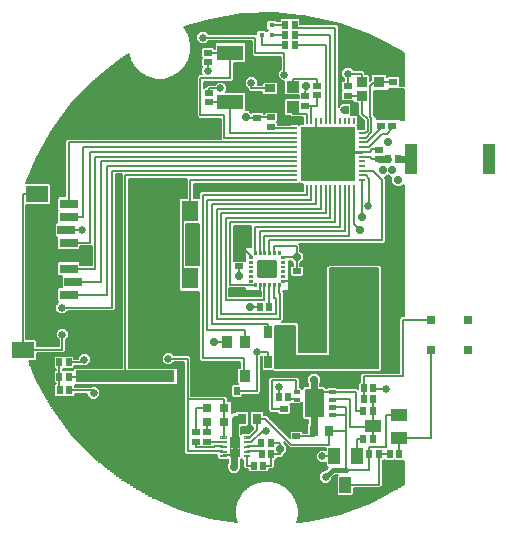
<source format=gtl>
G75*
%MOIN*%
%OFA0B0*%
%FSLAX25Y25*%
%IPPOS*%
%LPD*%
%AMOC8*
5,1,8,0,0,1.08239X$1,22.5*
%
%ADD10R,0.06693X0.11811*%
%ADD11R,0.03150X0.11811*%
%ADD12R,0.02717X0.03898*%
%ADD13R,0.02756X0.01969*%
%ADD14R,0.03543X0.02756*%
%ADD15R,0.01969X0.02756*%
%ADD16R,0.01969X0.00787*%
%ADD17R,0.00787X0.01969*%
%ADD18R,0.18110X0.18110*%
%ADD19R,0.02756X0.03543*%
%ADD20R,0.03150X0.03150*%
%ADD21C,0.00394*%
%ADD22C,0.00354*%
%ADD23C,0.00630*%
%ADD24C,0.00118*%
%ADD25R,0.03543X0.03937*%
%ADD26R,0.04000X0.10000*%
%ADD27R,0.05512X0.03937*%
%ADD28R,0.03937X0.05512*%
%ADD29R,0.01772X0.01772*%
%ADD30R,0.03740X0.03346*%
%ADD31R,0.04331X0.03937*%
%ADD32R,0.02600X0.02500*%
%ADD33C,0.00157*%
%ADD34C,0.01213*%
%ADD35R,0.08661X0.05118*%
%ADD36R,0.05906X0.03150*%
%ADD37R,0.07480X0.05512*%
%ADD38R,0.05512X0.07087*%
%ADD39R,0.33071X0.03937*%
%ADD40C,0.00600*%
%ADD41C,0.03000*%
%ADD42C,0.00700*%
%ADD43C,0.02919*%
%ADD44C,0.00866*%
%ADD45C,0.02400*%
%ADD46C,0.02900*%
%ADD47C,0.02600*%
%ADD48C,0.01600*%
D10*
X0123841Y0083974D03*
X0123841Y0068226D03*
X0113959Y0068226D03*
X0113959Y0083974D03*
D11*
X0130731Y0083974D03*
X0130731Y0068226D03*
X0107069Y0068226D03*
X0107069Y0083974D03*
D12*
X0098040Y0069018D03*
X0094300Y0069018D03*
X0090560Y0069018D03*
X0090560Y0058782D03*
X0094300Y0058782D03*
X0098040Y0058782D03*
D13*
X0127500Y0129775D03*
X0127500Y0126625D03*
X0128200Y0140675D03*
X0128200Y0137525D03*
X0131800Y0140675D03*
X0131800Y0137525D03*
X0132200Y0149125D03*
X0132200Y0152275D03*
X0117100Y0150875D03*
X0117100Y0147725D03*
X0102900Y0147575D03*
X0102900Y0144425D03*
X0091500Y0140475D03*
X0091500Y0137325D03*
X0086722Y0140437D03*
X0086722Y0143587D03*
X0099900Y0034125D03*
X0099900Y0037275D03*
X0080700Y0090825D03*
X0080700Y0093975D03*
X0100000Y0089175D03*
X0100000Y0086025D03*
X0095800Y0040125D03*
X0095800Y0043275D03*
X0070000Y0035575D03*
X0070000Y0032425D03*
X0066300Y0035475D03*
X0066300Y0032325D03*
X0106600Y0151075D03*
X0106600Y0147925D03*
X0070400Y0158925D03*
X0070400Y0162075D03*
X0070900Y0148675D03*
X0070900Y0145525D03*
D14*
X0091200Y0150159D03*
X0091200Y0145041D03*
D15*
X0116325Y0142900D03*
X0119475Y0142900D03*
X0088775Y0024400D03*
X0085625Y0024400D03*
X0094025Y0047300D03*
X0097175Y0047300D03*
X0079975Y0049300D03*
X0076825Y0049300D03*
X0125467Y0050115D03*
X0122318Y0050115D03*
X0087625Y0077400D03*
X0090775Y0077400D03*
X0125475Y0046500D03*
X0122325Y0046500D03*
X0130925Y0028200D03*
X0134075Y0028200D03*
X0124225Y0028200D03*
X0127375Y0028200D03*
X0125375Y0033200D03*
X0122225Y0033200D03*
X0125375Y0042600D03*
X0122225Y0042600D03*
X0091475Y0028200D03*
X0088325Y0028200D03*
X0091375Y0031900D03*
X0088225Y0031900D03*
X0099275Y0171400D03*
X0096125Y0171400D03*
X0099275Y0164500D03*
X0096125Y0164500D03*
X0099275Y0167900D03*
X0096125Y0167900D03*
X0130525Y0126600D03*
X0133675Y0126600D03*
X0020825Y0054100D03*
X0023975Y0054100D03*
X0023975Y0058800D03*
X0020825Y0058800D03*
X0024075Y0049500D03*
X0020925Y0049500D03*
D16*
X0099180Y0136861D03*
X0099180Y0135287D03*
X0099180Y0133712D03*
X0099180Y0132137D03*
X0099180Y0130562D03*
X0099180Y0128987D03*
X0099180Y0127413D03*
X0099180Y0125838D03*
X0099180Y0124263D03*
X0099180Y0122688D03*
X0099180Y0121113D03*
X0099180Y0119539D03*
X0121620Y0119539D03*
X0121620Y0121113D03*
X0121620Y0122688D03*
X0121620Y0124263D03*
X0121620Y0125838D03*
X0121620Y0127413D03*
X0121620Y0128987D03*
X0121620Y0130562D03*
X0121620Y0132137D03*
X0121620Y0133712D03*
X0121620Y0135287D03*
X0121620Y0136861D03*
D17*
X0101739Y0116980D03*
X0103313Y0116980D03*
X0104888Y0116980D03*
X0106463Y0116980D03*
X0108038Y0116980D03*
X0109613Y0116980D03*
X0111187Y0116980D03*
X0112762Y0116980D03*
X0114337Y0116980D03*
X0115912Y0116980D03*
X0117487Y0116980D03*
X0119061Y0116980D03*
X0119061Y0139420D03*
X0117487Y0139420D03*
X0115912Y0139420D03*
X0114337Y0139420D03*
X0112762Y0139420D03*
X0111187Y0139420D03*
X0109613Y0139420D03*
X0108038Y0139420D03*
X0106463Y0139420D03*
X0104888Y0139420D03*
X0103313Y0139420D03*
X0101739Y0139420D03*
D18*
X0110400Y0128200D03*
D19*
X0081641Y0040100D03*
X0086759Y0040100D03*
X0105741Y0036100D03*
X0110859Y0036100D03*
D20*
X0069947Y0039100D03*
X0075853Y0039100D03*
X0069947Y0043500D03*
X0075853Y0043500D03*
D21*
X0076347Y0033754D02*
X0074379Y0033754D01*
X0074379Y0034146D01*
X0076347Y0034146D01*
X0076347Y0033754D01*
X0076347Y0032179D02*
X0074379Y0032179D01*
X0074379Y0032571D01*
X0076347Y0032571D01*
X0076347Y0032179D01*
X0076347Y0030604D02*
X0074379Y0030604D01*
X0074379Y0030996D01*
X0076347Y0030996D01*
X0076347Y0030604D01*
X0076347Y0029029D02*
X0074379Y0029029D01*
X0074379Y0029421D01*
X0076347Y0029421D01*
X0076347Y0029029D01*
X0076347Y0027454D02*
X0074379Y0027454D01*
X0074379Y0027846D01*
X0076347Y0027846D01*
X0076347Y0027454D01*
X0084221Y0027454D02*
X0082253Y0027454D01*
X0082253Y0027846D01*
X0084221Y0027846D01*
X0084221Y0027454D01*
X0084221Y0029029D02*
X0082253Y0029029D01*
X0082253Y0029421D01*
X0084221Y0029421D01*
X0084221Y0029029D01*
X0084221Y0030604D02*
X0082253Y0030604D01*
X0082253Y0030996D01*
X0084221Y0030996D01*
X0084221Y0030604D01*
X0084221Y0032179D02*
X0082253Y0032179D01*
X0082253Y0032571D01*
X0084221Y0032571D01*
X0084221Y0032179D01*
X0084221Y0033754D02*
X0082253Y0033754D01*
X0082253Y0034146D01*
X0084221Y0034146D01*
X0084221Y0033754D01*
D22*
X0080894Y0033969D02*
X0080894Y0027631D01*
X0077706Y0027631D01*
X0077706Y0033969D01*
X0080894Y0033969D01*
X0080894Y0027984D02*
X0077706Y0027984D01*
X0077706Y0028337D02*
X0080894Y0028337D01*
X0080894Y0028690D02*
X0077706Y0028690D01*
X0077706Y0029043D02*
X0080894Y0029043D01*
X0080894Y0029396D02*
X0077706Y0029396D01*
X0077706Y0029749D02*
X0080894Y0029749D01*
X0080894Y0030102D02*
X0077706Y0030102D01*
X0077706Y0030455D02*
X0080894Y0030455D01*
X0080894Y0030808D02*
X0077706Y0030808D01*
X0077706Y0031161D02*
X0080894Y0031161D01*
X0080894Y0031514D02*
X0077706Y0031514D01*
X0077706Y0031867D02*
X0080894Y0031867D01*
X0080894Y0032220D02*
X0077706Y0032220D01*
X0077706Y0032573D02*
X0080894Y0032573D01*
X0080894Y0032926D02*
X0077706Y0032926D01*
X0077706Y0033279D02*
X0080894Y0033279D01*
X0080894Y0033632D02*
X0077706Y0033632D01*
D23*
X0102966Y0049609D02*
X0108634Y0049609D01*
X0108634Y0040791D01*
X0102966Y0040791D01*
X0102966Y0049609D01*
X0102966Y0041420D02*
X0108634Y0041420D01*
X0108634Y0042049D02*
X0102966Y0042049D01*
X0102966Y0042678D02*
X0108634Y0042678D01*
X0108634Y0043307D02*
X0102966Y0043307D01*
X0102966Y0043936D02*
X0108634Y0043936D01*
X0108634Y0044565D02*
X0102966Y0044565D01*
X0102966Y0045194D02*
X0108634Y0045194D01*
X0108634Y0045823D02*
X0102966Y0045823D01*
X0102966Y0046452D02*
X0108634Y0046452D01*
X0108634Y0047081D02*
X0102966Y0047081D01*
X0102966Y0047710D02*
X0108634Y0047710D01*
X0108634Y0048339D02*
X0102966Y0048339D01*
X0102966Y0048968D02*
X0108634Y0048968D01*
X0108634Y0049597D02*
X0102966Y0049597D01*
D24*
X0110781Y0041892D02*
X0112631Y0041892D01*
X0112631Y0040830D01*
X0110781Y0040830D01*
X0110781Y0041892D01*
X0110781Y0040947D02*
X0112631Y0040947D01*
X0112631Y0041064D02*
X0110781Y0041064D01*
X0110781Y0041181D02*
X0112631Y0041181D01*
X0112631Y0041298D02*
X0110781Y0041298D01*
X0110781Y0041415D02*
X0112631Y0041415D01*
X0112631Y0041532D02*
X0110781Y0041532D01*
X0110781Y0041649D02*
X0112631Y0041649D01*
X0112631Y0041766D02*
X0110781Y0041766D01*
X0110781Y0041883D02*
X0112631Y0041883D01*
X0110781Y0044451D02*
X0112631Y0044451D01*
X0112631Y0043389D01*
X0110781Y0043389D01*
X0110781Y0044451D01*
X0110781Y0043506D02*
X0112631Y0043506D01*
X0112631Y0043623D02*
X0110781Y0043623D01*
X0110781Y0043740D02*
X0112631Y0043740D01*
X0112631Y0043857D02*
X0110781Y0043857D01*
X0110781Y0043974D02*
X0112631Y0043974D01*
X0112631Y0044091D02*
X0110781Y0044091D01*
X0110781Y0044208D02*
X0112631Y0044208D01*
X0112631Y0044325D02*
X0110781Y0044325D01*
X0110781Y0044442D02*
X0112631Y0044442D01*
X0110781Y0047011D02*
X0112631Y0047011D01*
X0112631Y0045949D01*
X0110781Y0045949D01*
X0110781Y0047011D01*
X0110781Y0046066D02*
X0112631Y0046066D01*
X0112631Y0046183D02*
X0110781Y0046183D01*
X0110781Y0046300D02*
X0112631Y0046300D01*
X0112631Y0046417D02*
X0110781Y0046417D01*
X0110781Y0046534D02*
X0112631Y0046534D01*
X0112631Y0046651D02*
X0110781Y0046651D01*
X0110781Y0046768D02*
X0112631Y0046768D01*
X0112631Y0046885D02*
X0110781Y0046885D01*
X0110781Y0047002D02*
X0112631Y0047002D01*
X0110781Y0049570D02*
X0112631Y0049570D01*
X0112631Y0048508D01*
X0110781Y0048508D01*
X0110781Y0049570D01*
X0110781Y0048625D02*
X0112631Y0048625D01*
X0112631Y0048742D02*
X0110781Y0048742D01*
X0110781Y0048859D02*
X0112631Y0048859D01*
X0112631Y0048976D02*
X0110781Y0048976D01*
X0110781Y0049093D02*
X0112631Y0049093D01*
X0112631Y0049210D02*
X0110781Y0049210D01*
X0110781Y0049327D02*
X0112631Y0049327D01*
X0112631Y0049444D02*
X0110781Y0049444D01*
X0110781Y0049561D02*
X0112631Y0049561D01*
X0098969Y0049570D02*
X0100819Y0049570D01*
X0100819Y0048508D01*
X0098969Y0048508D01*
X0098969Y0049570D01*
X0098969Y0048625D02*
X0100819Y0048625D01*
X0100819Y0048742D02*
X0098969Y0048742D01*
X0098969Y0048859D02*
X0100819Y0048859D01*
X0100819Y0048976D02*
X0098969Y0048976D01*
X0098969Y0049093D02*
X0100819Y0049093D01*
X0100819Y0049210D02*
X0098969Y0049210D01*
X0098969Y0049327D02*
X0100819Y0049327D01*
X0100819Y0049444D02*
X0098969Y0049444D01*
X0098969Y0049561D02*
X0100819Y0049561D01*
X0098969Y0047011D02*
X0100819Y0047011D01*
X0100819Y0045949D01*
X0098969Y0045949D01*
X0098969Y0047011D01*
X0098969Y0046066D02*
X0100819Y0046066D01*
X0100819Y0046183D02*
X0098969Y0046183D01*
X0098969Y0046300D02*
X0100819Y0046300D01*
X0100819Y0046417D02*
X0098969Y0046417D01*
X0098969Y0046534D02*
X0100819Y0046534D01*
X0100819Y0046651D02*
X0098969Y0046651D01*
X0098969Y0046768D02*
X0100819Y0046768D01*
X0100819Y0046885D02*
X0098969Y0046885D01*
X0098969Y0047002D02*
X0100819Y0047002D01*
X0098969Y0044451D02*
X0100819Y0044451D01*
X0100819Y0043389D01*
X0098969Y0043389D01*
X0098969Y0044451D01*
X0098969Y0043506D02*
X0100819Y0043506D01*
X0100819Y0043623D02*
X0098969Y0043623D01*
X0098969Y0043740D02*
X0100819Y0043740D01*
X0100819Y0043857D02*
X0098969Y0043857D01*
X0098969Y0043974D02*
X0100819Y0043974D01*
X0100819Y0044091D02*
X0098969Y0044091D01*
X0098969Y0044208D02*
X0100819Y0044208D01*
X0100819Y0044325D02*
X0098969Y0044325D01*
X0098969Y0044442D02*
X0100819Y0044442D01*
X0098969Y0041892D02*
X0100819Y0041892D01*
X0100819Y0040830D01*
X0098969Y0040830D01*
X0098969Y0041892D01*
X0098969Y0040947D02*
X0100819Y0040947D01*
X0100819Y0041064D02*
X0098969Y0041064D01*
X0098969Y0041181D02*
X0100819Y0041181D01*
X0100819Y0041298D02*
X0098969Y0041298D01*
X0098969Y0041415D02*
X0100819Y0041415D01*
X0100819Y0041532D02*
X0098969Y0041532D01*
X0098969Y0041649D02*
X0100819Y0041649D01*
X0100819Y0041766D02*
X0098969Y0041766D01*
X0098969Y0041883D02*
X0100819Y0041883D01*
D25*
X0082653Y0065609D03*
X0076747Y0065609D03*
X0076747Y0054191D03*
X0082653Y0054191D03*
D26*
X0138000Y0126600D03*
X0164000Y0126600D03*
D27*
X0125360Y0037484D03*
X0134022Y0041224D03*
X0134022Y0033744D03*
D28*
X0116220Y0018052D03*
X0112480Y0027501D03*
X0119960Y0027501D03*
D29*
X0088327Y0171173D03*
X0091673Y0171173D03*
X0091673Y0167827D03*
X0088327Y0167827D03*
D30*
X0121646Y0147736D03*
X0127354Y0147736D03*
X0127354Y0152264D03*
X0121646Y0152264D03*
D31*
X0098700Y0143954D03*
X0098700Y0150646D03*
D32*
X0144800Y0073040D03*
X0157000Y0073040D03*
X0144800Y0062960D03*
X0157000Y0062960D03*
D33*
X0085197Y0094252D02*
X0085197Y0093622D01*
X0084173Y0093622D01*
X0084173Y0094252D01*
X0085197Y0094252D01*
X0085197Y0093778D02*
X0084173Y0093778D01*
X0084173Y0093934D02*
X0085197Y0093934D01*
X0085197Y0094090D02*
X0084173Y0094090D01*
X0084173Y0094246D02*
X0085197Y0094246D01*
X0085197Y0092677D02*
X0085197Y0092047D01*
X0084173Y0092047D01*
X0084173Y0092677D01*
X0085197Y0092677D01*
X0085197Y0092203D02*
X0084173Y0092203D01*
X0084173Y0092359D02*
X0085197Y0092359D01*
X0085197Y0092515D02*
X0084173Y0092515D01*
X0084173Y0092671D02*
X0085197Y0092671D01*
X0085197Y0091102D02*
X0085197Y0090472D01*
X0084173Y0090472D01*
X0084173Y0091102D01*
X0085197Y0091102D01*
X0085197Y0090628D02*
X0084173Y0090628D01*
X0084173Y0090784D02*
X0085197Y0090784D01*
X0085197Y0090940D02*
X0084173Y0090940D01*
X0084173Y0091096D02*
X0085197Y0091096D01*
X0085197Y0089528D02*
X0085197Y0088898D01*
X0084173Y0088898D01*
X0084173Y0089528D01*
X0085197Y0089528D01*
X0085197Y0089054D02*
X0084173Y0089054D01*
X0084173Y0089210D02*
X0085197Y0089210D01*
X0085197Y0089366D02*
X0084173Y0089366D01*
X0084173Y0089522D02*
X0085197Y0089522D01*
X0085197Y0087953D02*
X0085197Y0087323D01*
X0084173Y0087323D01*
X0084173Y0087953D01*
X0085197Y0087953D01*
X0085197Y0087479D02*
X0084173Y0087479D01*
X0084173Y0087635D02*
X0085197Y0087635D01*
X0085197Y0087791D02*
X0084173Y0087791D01*
X0084173Y0087947D02*
X0085197Y0087947D01*
X0085197Y0086378D02*
X0085197Y0085748D01*
X0084173Y0085748D01*
X0084173Y0086378D01*
X0085197Y0086378D01*
X0085197Y0085904D02*
X0084173Y0085904D01*
X0084173Y0086060D02*
X0085197Y0086060D01*
X0085197Y0086216D02*
X0084173Y0086216D01*
X0084173Y0086372D02*
X0085197Y0086372D01*
X0086378Y0084173D02*
X0085748Y0084173D01*
X0085748Y0085197D01*
X0086378Y0085197D01*
X0086378Y0084173D01*
X0086378Y0084329D02*
X0085748Y0084329D01*
X0085748Y0084485D02*
X0086378Y0084485D01*
X0086378Y0084641D02*
X0085748Y0084641D01*
X0085748Y0084797D02*
X0086378Y0084797D01*
X0086378Y0084953D02*
X0085748Y0084953D01*
X0085748Y0085109D02*
X0086378Y0085109D01*
X0087953Y0084173D02*
X0087323Y0084173D01*
X0087323Y0085197D01*
X0087953Y0085197D01*
X0087953Y0084173D01*
X0087953Y0084329D02*
X0087323Y0084329D01*
X0087323Y0084485D02*
X0087953Y0084485D01*
X0087953Y0084641D02*
X0087323Y0084641D01*
X0087323Y0084797D02*
X0087953Y0084797D01*
X0087953Y0084953D02*
X0087323Y0084953D01*
X0087323Y0085109D02*
X0087953Y0085109D01*
X0089528Y0084173D02*
X0088898Y0084173D01*
X0088898Y0085197D01*
X0089528Y0085197D01*
X0089528Y0084173D01*
X0089528Y0084329D02*
X0088898Y0084329D01*
X0088898Y0084485D02*
X0089528Y0084485D01*
X0089528Y0084641D02*
X0088898Y0084641D01*
X0088898Y0084797D02*
X0089528Y0084797D01*
X0089528Y0084953D02*
X0088898Y0084953D01*
X0088898Y0085109D02*
X0089528Y0085109D01*
X0091102Y0084173D02*
X0090472Y0084173D01*
X0090472Y0085197D01*
X0091102Y0085197D01*
X0091102Y0084173D01*
X0091102Y0084329D02*
X0090472Y0084329D01*
X0090472Y0084485D02*
X0091102Y0084485D01*
X0091102Y0084641D02*
X0090472Y0084641D01*
X0090472Y0084797D02*
X0091102Y0084797D01*
X0091102Y0084953D02*
X0090472Y0084953D01*
X0090472Y0085109D02*
X0091102Y0085109D01*
X0092677Y0084173D02*
X0092047Y0084173D01*
X0092047Y0085197D01*
X0092677Y0085197D01*
X0092677Y0084173D01*
X0092677Y0084329D02*
X0092047Y0084329D01*
X0092047Y0084485D02*
X0092677Y0084485D01*
X0092677Y0084641D02*
X0092047Y0084641D01*
X0092047Y0084797D02*
X0092677Y0084797D01*
X0092677Y0084953D02*
X0092047Y0084953D01*
X0092047Y0085109D02*
X0092677Y0085109D01*
X0094252Y0084173D02*
X0093622Y0084173D01*
X0093622Y0085197D01*
X0094252Y0085197D01*
X0094252Y0084173D01*
X0094252Y0084329D02*
X0093622Y0084329D01*
X0093622Y0084485D02*
X0094252Y0084485D01*
X0094252Y0084641D02*
X0093622Y0084641D01*
X0093622Y0084797D02*
X0094252Y0084797D01*
X0094252Y0084953D02*
X0093622Y0084953D01*
X0093622Y0085109D02*
X0094252Y0085109D01*
X0095827Y0086378D02*
X0095827Y0085748D01*
X0094803Y0085748D01*
X0094803Y0086378D01*
X0095827Y0086378D01*
X0095827Y0085904D02*
X0094803Y0085904D01*
X0094803Y0086060D02*
X0095827Y0086060D01*
X0095827Y0086216D02*
X0094803Y0086216D01*
X0094803Y0086372D02*
X0095827Y0086372D01*
X0095827Y0087953D02*
X0095827Y0087323D01*
X0094803Y0087323D01*
X0094803Y0087953D01*
X0095827Y0087953D01*
X0095827Y0087479D02*
X0094803Y0087479D01*
X0094803Y0087635D02*
X0095827Y0087635D01*
X0095827Y0087791D02*
X0094803Y0087791D01*
X0094803Y0087947D02*
X0095827Y0087947D01*
X0095827Y0089528D02*
X0095827Y0088898D01*
X0094803Y0088898D01*
X0094803Y0089528D01*
X0095827Y0089528D01*
X0095827Y0089054D02*
X0094803Y0089054D01*
X0094803Y0089210D02*
X0095827Y0089210D01*
X0095827Y0089366D02*
X0094803Y0089366D01*
X0094803Y0089522D02*
X0095827Y0089522D01*
X0095827Y0091102D02*
X0095827Y0090472D01*
X0094803Y0090472D01*
X0094803Y0091102D01*
X0095827Y0091102D01*
X0095827Y0090628D02*
X0094803Y0090628D01*
X0094803Y0090784D02*
X0095827Y0090784D01*
X0095827Y0090940D02*
X0094803Y0090940D01*
X0094803Y0091096D02*
X0095827Y0091096D01*
X0095827Y0092677D02*
X0095827Y0092047D01*
X0094803Y0092047D01*
X0094803Y0092677D01*
X0095827Y0092677D01*
X0095827Y0092203D02*
X0094803Y0092203D01*
X0094803Y0092359D02*
X0095827Y0092359D01*
X0095827Y0092515D02*
X0094803Y0092515D01*
X0094803Y0092671D02*
X0095827Y0092671D01*
X0095827Y0094252D02*
X0095827Y0093622D01*
X0094803Y0093622D01*
X0094803Y0094252D01*
X0095827Y0094252D01*
X0095827Y0093778D02*
X0094803Y0093778D01*
X0094803Y0093934D02*
X0095827Y0093934D01*
X0095827Y0094090D02*
X0094803Y0094090D01*
X0094803Y0094246D02*
X0095827Y0094246D01*
X0093622Y0095827D02*
X0094252Y0095827D01*
X0094252Y0094803D01*
X0093622Y0094803D01*
X0093622Y0095827D01*
X0093622Y0094959D02*
X0094252Y0094959D01*
X0094252Y0095115D02*
X0093622Y0095115D01*
X0093622Y0095271D02*
X0094252Y0095271D01*
X0094252Y0095427D02*
X0093622Y0095427D01*
X0093622Y0095583D02*
X0094252Y0095583D01*
X0094252Y0095739D02*
X0093622Y0095739D01*
X0092677Y0094803D02*
X0092047Y0094803D01*
X0092047Y0095827D01*
X0092677Y0095827D01*
X0092677Y0094803D01*
X0092677Y0094959D02*
X0092047Y0094959D01*
X0092047Y0095115D02*
X0092677Y0095115D01*
X0092677Y0095271D02*
X0092047Y0095271D01*
X0092047Y0095427D02*
X0092677Y0095427D01*
X0092677Y0095583D02*
X0092047Y0095583D01*
X0092047Y0095739D02*
X0092677Y0095739D01*
X0091102Y0094803D02*
X0090472Y0094803D01*
X0090472Y0095827D01*
X0091102Y0095827D01*
X0091102Y0094803D01*
X0091102Y0094959D02*
X0090472Y0094959D01*
X0090472Y0095115D02*
X0091102Y0095115D01*
X0091102Y0095271D02*
X0090472Y0095271D01*
X0090472Y0095427D02*
X0091102Y0095427D01*
X0091102Y0095583D02*
X0090472Y0095583D01*
X0090472Y0095739D02*
X0091102Y0095739D01*
X0089528Y0094803D02*
X0088898Y0094803D01*
X0088898Y0095827D01*
X0089528Y0095827D01*
X0089528Y0094803D01*
X0089528Y0094959D02*
X0088898Y0094959D01*
X0088898Y0095115D02*
X0089528Y0095115D01*
X0089528Y0095271D02*
X0088898Y0095271D01*
X0088898Y0095427D02*
X0089528Y0095427D01*
X0089528Y0095583D02*
X0088898Y0095583D01*
X0088898Y0095739D02*
X0089528Y0095739D01*
X0087953Y0094803D02*
X0087323Y0094803D01*
X0087323Y0095827D01*
X0087953Y0095827D01*
X0087953Y0094803D01*
X0087953Y0094959D02*
X0087323Y0094959D01*
X0087323Y0095115D02*
X0087953Y0095115D01*
X0087953Y0095271D02*
X0087323Y0095271D01*
X0087323Y0095427D02*
X0087953Y0095427D01*
X0087953Y0095583D02*
X0087323Y0095583D01*
X0087323Y0095739D02*
X0087953Y0095739D01*
X0086378Y0094803D02*
X0085748Y0094803D01*
X0085748Y0095827D01*
X0086378Y0095827D01*
X0086378Y0094803D01*
X0086378Y0094959D02*
X0085748Y0094959D01*
X0085748Y0095115D02*
X0086378Y0095115D01*
X0086378Y0095271D02*
X0085748Y0095271D01*
X0085748Y0095427D02*
X0086378Y0095427D01*
X0086378Y0095583D02*
X0085748Y0095583D01*
X0085748Y0095739D02*
X0086378Y0095739D01*
D34*
X0092740Y0092425D02*
X0092740Y0087575D01*
X0087260Y0087575D01*
X0087260Y0092425D01*
X0092740Y0092425D01*
X0092740Y0088787D02*
X0087260Y0088787D01*
X0087260Y0089999D02*
X0092740Y0089999D01*
X0092740Y0091211D02*
X0087260Y0091211D01*
X0087260Y0092423D02*
X0092740Y0092423D01*
D35*
X0077900Y0162068D03*
X0077900Y0145532D03*
D36*
X0023993Y0111654D03*
X0023993Y0107323D03*
X0023206Y0102992D03*
X0023993Y0098661D03*
X0023206Y0094331D03*
X0023993Y0090000D03*
X0025568Y0085669D03*
X0023993Y0081339D03*
D37*
X0013363Y0114803D03*
X0008835Y0063031D03*
D38*
X0064544Y0109291D03*
X0064544Y0086850D03*
D39*
X0042800Y0038088D03*
X0042839Y0054112D03*
D40*
X0127200Y0056800D02*
X0092900Y0056800D01*
X0092900Y0071100D01*
X0099500Y0071100D01*
X0099500Y0061100D01*
X0111100Y0061100D01*
X0111100Y0090200D01*
X0127200Y0090200D01*
X0127200Y0056800D01*
X0127200Y0056859D02*
X0092900Y0056859D01*
X0092900Y0057457D02*
X0127200Y0057457D01*
X0127200Y0058056D02*
X0092900Y0058056D01*
X0092900Y0058654D02*
X0127200Y0058654D01*
X0127200Y0059253D02*
X0092900Y0059253D01*
X0092900Y0059851D02*
X0127200Y0059851D01*
X0127200Y0060450D02*
X0092900Y0060450D01*
X0092900Y0061048D02*
X0127200Y0061048D01*
X0099500Y0061647D02*
X0092900Y0061647D01*
X0111100Y0061647D02*
X0127200Y0061647D01*
X0099500Y0062245D02*
X0092900Y0062245D01*
X0111100Y0062245D02*
X0127200Y0062245D01*
X0099500Y0062844D02*
X0092900Y0062844D01*
X0111100Y0062844D02*
X0127200Y0062844D01*
X0099500Y0063442D02*
X0092900Y0063442D01*
X0111100Y0063442D02*
X0127200Y0063442D01*
X0099500Y0064041D02*
X0092900Y0064041D01*
X0111100Y0064041D02*
X0127200Y0064041D01*
X0099500Y0064639D02*
X0092900Y0064639D01*
X0111100Y0064639D02*
X0127200Y0064639D01*
X0099500Y0065238D02*
X0092900Y0065238D01*
X0111100Y0065238D02*
X0127200Y0065238D01*
X0099500Y0065836D02*
X0092900Y0065836D01*
X0111100Y0065836D02*
X0127200Y0065836D01*
X0099500Y0066435D02*
X0092900Y0066435D01*
X0111100Y0066435D02*
X0127200Y0066435D01*
X0099500Y0067033D02*
X0092900Y0067033D01*
X0111100Y0067033D02*
X0127200Y0067033D01*
X0099500Y0067632D02*
X0092900Y0067632D01*
X0111100Y0067632D02*
X0127200Y0067632D01*
X0099500Y0068230D02*
X0092900Y0068230D01*
X0111100Y0068230D02*
X0127200Y0068230D01*
X0099500Y0068829D02*
X0092900Y0068829D01*
X0111100Y0068829D02*
X0127200Y0068829D01*
X0099500Y0069427D02*
X0092900Y0069427D01*
X0111100Y0069427D02*
X0127200Y0069427D01*
X0099500Y0070026D02*
X0092900Y0070026D01*
X0111100Y0070026D02*
X0127200Y0070026D01*
X0099500Y0070624D02*
X0092900Y0070624D01*
X0111100Y0070624D02*
X0127200Y0070624D01*
X0127200Y0071223D02*
X0111100Y0071223D01*
X0111100Y0071821D02*
X0127200Y0071821D01*
X0127200Y0072420D02*
X0111100Y0072420D01*
X0111100Y0073018D02*
X0127200Y0073018D01*
X0127200Y0073617D02*
X0111100Y0073617D01*
X0111100Y0074215D02*
X0127200Y0074215D01*
X0127200Y0074814D02*
X0111100Y0074814D01*
X0111100Y0075412D02*
X0127200Y0075412D01*
X0127200Y0076011D02*
X0111100Y0076011D01*
X0111100Y0076609D02*
X0127200Y0076609D01*
X0127200Y0077208D02*
X0111100Y0077208D01*
X0111100Y0077806D02*
X0127200Y0077806D01*
X0127200Y0078405D02*
X0111100Y0078405D01*
X0111100Y0079003D02*
X0127200Y0079003D01*
X0127200Y0079602D02*
X0111100Y0079602D01*
X0111100Y0080201D02*
X0127200Y0080201D01*
X0127200Y0080799D02*
X0111100Y0080799D01*
X0111100Y0081398D02*
X0127200Y0081398D01*
X0127200Y0081996D02*
X0111100Y0081996D01*
X0111100Y0082595D02*
X0127200Y0082595D01*
X0127200Y0083193D02*
X0111100Y0083193D01*
X0111100Y0083792D02*
X0127200Y0083792D01*
X0127200Y0084390D02*
X0111100Y0084390D01*
X0111100Y0084989D02*
X0127200Y0084989D01*
X0127200Y0085587D02*
X0111100Y0085587D01*
X0111100Y0086186D02*
X0127200Y0086186D01*
X0127200Y0086784D02*
X0111100Y0086784D01*
X0111100Y0087383D02*
X0127200Y0087383D01*
X0127200Y0087981D02*
X0111100Y0087981D01*
X0111100Y0088580D02*
X0127200Y0088580D01*
X0127200Y0089178D02*
X0111100Y0089178D01*
X0111100Y0089777D02*
X0127200Y0089777D01*
X0106463Y0116980D02*
X0106463Y0111600D01*
X0071700Y0111600D01*
X0090560Y0069018D02*
X0090560Y0071500D01*
X0071700Y0071500D01*
X0071700Y0111600D01*
X0121620Y0128987D02*
X0124387Y0128987D01*
X0125200Y0129800D01*
X0127475Y0129800D01*
X0127500Y0129775D01*
X0111706Y0049039D02*
X0105800Y0049039D01*
X0105800Y0050900D01*
X0075363Y0027650D02*
X0075363Y0027800D01*
X0079200Y0027800D01*
X0091375Y0031900D02*
X0094500Y0031900D01*
X0094500Y0030000D01*
X0094500Y0028200D01*
X0091475Y0028200D01*
X0088775Y0024400D02*
X0091475Y0024400D01*
X0091475Y0028200D01*
X0087625Y0077400D02*
X0084500Y0077300D01*
X0080700Y0087500D02*
X0080700Y0090825D01*
X0100000Y0089175D02*
X0100000Y0093900D01*
X0100000Y0093937D01*
X0092362Y0097600D02*
X0100000Y0097600D01*
X0100000Y0093900D01*
X0091463Y0140437D02*
X0091500Y0140475D01*
X0102900Y0147575D02*
X0103000Y0150800D01*
X0092362Y0097600D02*
X0092362Y0095315D01*
X0095315Y0093937D02*
X0095315Y0093900D01*
X0100000Y0093900D01*
X0110400Y0128200D02*
X0110400Y0130200D01*
X0076747Y0065609D02*
X0072300Y0065609D01*
X0072300Y0065600D01*
X0086722Y0140437D02*
X0083400Y0140437D01*
X0083000Y0140500D01*
X0134900Y0139700D02*
X0134700Y0139900D01*
X0127000Y0139900D01*
X0125700Y0141200D01*
X0125700Y0149200D01*
X0130600Y0149200D01*
X0130600Y0149800D01*
X0135692Y0149800D01*
X0135685Y0139700D01*
X0134900Y0139700D01*
X0135685Y0140052D02*
X0126848Y0140052D01*
X0126250Y0140650D02*
X0135685Y0140650D01*
X0135686Y0141249D02*
X0125700Y0141249D01*
X0125700Y0141847D02*
X0135686Y0141847D01*
X0135686Y0142446D02*
X0125700Y0142446D01*
X0125700Y0143044D02*
X0135687Y0143044D01*
X0135687Y0143643D02*
X0125700Y0143643D01*
X0125700Y0144241D02*
X0135688Y0144241D01*
X0135688Y0144840D02*
X0125700Y0144840D01*
X0125700Y0145438D02*
X0135689Y0145438D01*
X0135689Y0146037D02*
X0125700Y0146037D01*
X0125700Y0146635D02*
X0135689Y0146635D01*
X0135690Y0147234D02*
X0125700Y0147234D01*
X0125700Y0147832D02*
X0135690Y0147832D01*
X0135691Y0148431D02*
X0125700Y0148431D01*
X0125700Y0149029D02*
X0135691Y0149029D01*
X0135691Y0149628D02*
X0130600Y0149628D01*
X0121646Y0152264D02*
X0121646Y0155100D01*
X0117100Y0155100D01*
X0117100Y0150875D01*
X0090560Y0058782D02*
X0090560Y0062400D01*
X0086800Y0062400D01*
X0086800Y0049300D01*
X0079975Y0049300D01*
X0094025Y0047300D02*
X0094000Y0047300D01*
X0094000Y0050700D01*
X0094100Y0050600D01*
X0091500Y0140475D02*
X0086722Y0140475D01*
X0086722Y0140437D01*
X0115900Y0142900D02*
X0116325Y0142900D01*
X0070900Y0148675D02*
X0070900Y0150200D01*
X0074500Y0150200D01*
X0122225Y0042600D02*
X0119700Y0042600D01*
X0119700Y0049039D01*
X0111706Y0049039D01*
X0112480Y0027501D02*
X0108500Y0027501D01*
X0108500Y0027500D01*
X0125467Y0050115D02*
X0125467Y0050000D01*
X0129900Y0050000D01*
X0099900Y0034125D02*
X0105741Y0034125D01*
X0105741Y0036100D01*
X0070400Y0156000D02*
X0070400Y0158925D01*
X0091200Y0150159D02*
X0084900Y0150159D01*
X0084900Y0152000D01*
X0023206Y0102992D02*
X0023206Y0103000D01*
X0028300Y0103000D01*
X0024075Y0049500D02*
X0032300Y0049500D01*
X0032300Y0048600D01*
X0023975Y0058800D02*
X0029200Y0058800D01*
X0029200Y0059700D01*
X0075363Y0029225D02*
X0063600Y0029225D01*
X0063600Y0046500D01*
X0075853Y0046500D01*
X0075853Y0043500D01*
X0075853Y0039100D01*
X0075363Y0033950D02*
X0075853Y0033950D01*
X0075853Y0039100D01*
X0063600Y0046500D02*
X0063600Y0060000D01*
X0086200Y0161900D02*
X0095900Y0161900D01*
X0095900Y0154700D01*
X0086200Y0161900D02*
X0086200Y0167100D01*
X0068700Y0167100D01*
X0063600Y0060000D02*
X0057200Y0060000D01*
X0121600Y0107200D02*
X0121600Y0119518D01*
X0121620Y0119539D01*
X0121000Y0103100D02*
X0119061Y0105039D01*
X0119061Y0116980D01*
X0121620Y0121113D02*
X0123187Y0121113D01*
X0124200Y0120100D01*
X0124200Y0111400D01*
X0123900Y0111000D01*
X0121620Y0127413D02*
X0124387Y0127413D01*
X0125200Y0126600D01*
X0127475Y0126600D01*
X0127500Y0126625D01*
X0121620Y0130562D02*
X0123962Y0130562D01*
X0128500Y0135100D01*
X0130000Y0135100D01*
X0131800Y0136900D01*
X0131800Y0137525D01*
X0121620Y0132137D02*
X0123437Y0132137D01*
X0128200Y0136900D01*
X0128200Y0137525D01*
X0121620Y0133712D02*
X0123112Y0133712D01*
X0124900Y0135500D01*
X0124900Y0140300D01*
X0124500Y0140700D01*
X0124500Y0151000D01*
X0125764Y0152264D01*
X0127354Y0152264D01*
X0132200Y0152275D02*
X0127354Y0152275D01*
X0127354Y0152264D01*
X0121620Y0135287D02*
X0122787Y0135287D01*
X0123600Y0136100D01*
X0121700Y0141700D02*
X0121700Y0147682D01*
X0121646Y0147736D01*
X0123600Y0136100D02*
X0123600Y0139800D01*
X0121700Y0141700D01*
X0117100Y0147725D02*
X0117111Y0147736D01*
X0121646Y0147736D01*
X0103313Y0139420D02*
X0103313Y0141700D01*
X0098700Y0141700D01*
X0098700Y0143954D01*
X0106600Y0151075D02*
X0106600Y0153200D01*
X0098700Y0153200D01*
X0098700Y0150646D01*
X0104888Y0139420D02*
X0104888Y0144425D01*
X0102900Y0144425D01*
X0106600Y0147925D02*
X0106600Y0144425D01*
X0104888Y0144425D01*
X0103313Y0116980D02*
X0103313Y0114700D01*
X0068600Y0114700D01*
X0068600Y0060200D01*
X0082300Y0060200D01*
X0082300Y0054191D01*
X0082653Y0054191D01*
X0108038Y0116980D02*
X0108038Y0110100D01*
X0073300Y0110100D01*
X0073300Y0073300D01*
X0094500Y0073300D01*
X0094500Y0081800D01*
X0093937Y0081800D01*
X0093937Y0084685D01*
X0109613Y0116980D02*
X0109613Y0108500D01*
X0074700Y0108500D01*
X0074700Y0074800D01*
X0093100Y0074800D01*
X0093100Y0080300D01*
X0092362Y0080300D01*
X0092362Y0084685D01*
X0111187Y0116980D02*
X0111187Y0107000D01*
X0076300Y0107000D01*
X0076300Y0079700D01*
X0089200Y0079700D01*
X0089213Y0084685D02*
X0089213Y0079713D01*
X0089200Y0079700D01*
X0112762Y0116980D02*
X0112762Y0105500D01*
X0077800Y0105500D01*
X0077800Y0084685D01*
X0086063Y0084685D01*
X0114337Y0116980D02*
X0114337Y0104000D01*
X0086063Y0104000D01*
X0086063Y0095315D01*
X0115912Y0116980D02*
X0115912Y0102500D01*
X0087638Y0102500D01*
X0087638Y0095315D01*
X0117487Y0116980D02*
X0117487Y0101000D01*
X0089213Y0101000D01*
X0089213Y0095315D01*
X0090787Y0099600D02*
X0128500Y0099600D01*
X0121620Y0122688D02*
X0125412Y0122688D01*
X0128500Y0119600D01*
X0128500Y0099600D01*
X0090787Y0099600D02*
X0090787Y0095315D01*
X0099180Y0136861D02*
X0091500Y0136861D01*
X0091500Y0137325D01*
X0083237Y0027650D02*
X0083237Y0024400D01*
X0085625Y0024400D01*
X0083237Y0029225D02*
X0088225Y0029225D01*
X0088325Y0028200D01*
X0083237Y0030800D02*
X0088225Y0030800D01*
X0088225Y0031900D01*
X0134022Y0041224D02*
X0129600Y0041224D01*
X0129600Y0030700D01*
X0124225Y0030700D01*
X0124225Y0028200D01*
X0110859Y0036100D02*
X0116300Y0036100D01*
X0116300Y0023100D01*
X0116300Y0022800D01*
X0124225Y0022800D01*
X0124225Y0028200D01*
X0111706Y0043920D02*
X0116300Y0043920D01*
X0116300Y0041361D01*
X0116300Y0036100D01*
X0116300Y0041361D02*
X0111706Y0041361D01*
X0083237Y0033950D02*
X0084450Y0033950D01*
X0086759Y0036259D01*
X0086759Y0040100D01*
X0110859Y0036100D02*
X0110859Y0031400D01*
X0098200Y0031400D01*
X0089500Y0040100D01*
X0086759Y0040100D01*
X0083237Y0032375D02*
X0084875Y0032375D01*
X0088600Y0036100D01*
X0089600Y0036100D01*
X0075363Y0030800D02*
X0072500Y0030800D01*
X0072500Y0030500D01*
X0066300Y0030500D01*
X0066300Y0032325D01*
X0075363Y0032375D02*
X0070000Y0032375D01*
X0070000Y0032425D01*
X0070000Y0035575D02*
X0069947Y0035575D01*
X0069947Y0039100D01*
X0066300Y0035475D02*
X0066300Y0043500D01*
X0069947Y0043500D01*
X0099894Y0049039D02*
X0099894Y0052900D01*
X0091700Y0052900D01*
X0095800Y0043275D02*
X0091700Y0043275D01*
X0091700Y0052900D01*
X0100000Y0086025D02*
X0100000Y0086063D01*
X0099894Y0043920D02*
X0099894Y0041361D01*
X0099875Y0041361D01*
X0099900Y0037275D01*
X0101739Y0139420D02*
X0094600Y0139420D01*
X0094600Y0145000D01*
X0091200Y0145000D01*
X0091200Y0145041D01*
X0086822Y0145041D01*
X0086722Y0143587D01*
X0082451Y0092709D02*
X0079000Y0092709D01*
X0079000Y0104300D01*
X0084863Y0104300D01*
X0084863Y0097300D01*
X0082876Y0097300D01*
X0082700Y0097124D01*
X0082700Y0092460D01*
X0082451Y0092709D01*
X0088013Y0080900D02*
X0077500Y0080900D01*
X0077500Y0083485D01*
X0082700Y0083485D01*
X0082700Y0082876D01*
X0082876Y0082700D01*
X0088013Y0082700D01*
X0088013Y0080900D01*
X0097729Y0118339D02*
X0097822Y0118245D01*
X0100537Y0118245D01*
X0100754Y0118463D01*
X0100972Y0118245D01*
X0102020Y0118245D01*
X0102020Y0115900D01*
X0068103Y0115900D01*
X0067400Y0115197D01*
X0067400Y0113735D01*
X0065744Y0113735D01*
X0065744Y0118339D01*
X0097729Y0118339D01*
X0067400Y0104848D02*
X0067400Y0091294D01*
X0063200Y0091294D01*
X0063200Y0104848D01*
X0067400Y0104848D01*
X0063344Y0113735D02*
X0061415Y0113735D01*
X0060888Y0113207D01*
X0060888Y0109877D01*
X0060800Y0109788D01*
X0060800Y0088603D01*
X0060888Y0088515D01*
X0060888Y0082934D01*
X0061415Y0082407D01*
X0067400Y0082407D01*
X0067400Y0059703D01*
X0068103Y0059000D01*
X0081100Y0059000D01*
X0081100Y0057060D01*
X0080508Y0057060D01*
X0079981Y0056533D01*
X0079981Y0051850D01*
X0080253Y0051578D01*
X0078618Y0051578D01*
X0078091Y0051051D01*
X0078091Y0047549D01*
X0078618Y0047022D01*
X0081332Y0047022D01*
X0081859Y0047549D01*
X0081859Y0048100D01*
X0087297Y0048100D01*
X0088000Y0048803D01*
X0088000Y0060489D01*
X0088302Y0060790D01*
X0088302Y0056460D01*
X0088829Y0055933D01*
X0092070Y0055933D01*
X0092403Y0055600D01*
X0127697Y0055600D01*
X0128400Y0056303D01*
X0128400Y0090697D01*
X0127697Y0091400D01*
X0110603Y0091400D01*
X0109900Y0090697D01*
X0109900Y0090440D01*
X0109713Y0090252D01*
X0109713Y0077696D01*
X0109900Y0077508D01*
X0109900Y0074692D01*
X0109713Y0074504D01*
X0109713Y0062300D01*
X0100700Y0062300D01*
X0100700Y0071597D01*
X0099997Y0072300D01*
X0095197Y0072300D01*
X0095700Y0072803D01*
X0095700Y0082297D01*
X0095297Y0082700D01*
X0097124Y0082700D01*
X0097300Y0082876D01*
X0097300Y0092700D01*
X0097877Y0092700D01*
X0098800Y0091777D01*
X0098800Y0091059D01*
X0098249Y0091059D01*
X0097722Y0090532D01*
X0097722Y0087818D01*
X0098249Y0087291D01*
X0101751Y0087291D01*
X0102278Y0087818D01*
X0102278Y0090532D01*
X0101751Y0091059D01*
X0101200Y0091059D01*
X0101200Y0091777D01*
X0102350Y0092927D01*
X0102350Y0094873D01*
X0101200Y0096023D01*
X0101200Y0098097D01*
X0100897Y0098400D01*
X0128997Y0098400D01*
X0129700Y0099103D01*
X0129700Y0120097D01*
X0129247Y0120550D01*
X0129673Y0120550D01*
X0130250Y0121127D01*
X0130927Y0120450D01*
X0131550Y0120450D01*
X0131550Y0118527D01*
X0132927Y0117150D01*
X0134873Y0117150D01*
X0135669Y0117946D01*
X0135639Y0074240D01*
X0134903Y0074240D01*
X0134200Y0073537D01*
X0134200Y0055400D01*
X0121821Y0055400D01*
X0121118Y0054697D01*
X0121118Y0052393D01*
X0120961Y0052393D01*
X0120434Y0051866D01*
X0120434Y0050002D01*
X0120197Y0050239D01*
X0113318Y0050239D01*
X0113028Y0050529D01*
X0110383Y0050529D01*
X0110093Y0050239D01*
X0109724Y0050239D01*
X0109138Y0050824D01*
X0107900Y0050824D01*
X0107900Y0051777D01*
X0108150Y0052027D01*
X0108150Y0053973D01*
X0106773Y0055350D01*
X0104827Y0055350D01*
X0103450Y0053973D01*
X0103450Y0052027D01*
X0103700Y0051777D01*
X0103700Y0050824D01*
X0102462Y0050824D01*
X0101750Y0050113D01*
X0101750Y0049996D01*
X0101217Y0050529D01*
X0101094Y0050529D01*
X0101094Y0053397D01*
X0100392Y0054100D01*
X0091203Y0054100D01*
X0090500Y0053397D01*
X0090500Y0042778D01*
X0091203Y0042075D01*
X0093522Y0042075D01*
X0093522Y0041918D01*
X0094049Y0041391D01*
X0097551Y0041391D01*
X0098078Y0041918D01*
X0098078Y0044632D01*
X0097688Y0045022D01*
X0098532Y0045022D01*
X0098535Y0045026D01*
X0098572Y0044989D01*
X0101217Y0044989D01*
X0101750Y0045522D01*
X0101750Y0040287D01*
X0102462Y0039576D01*
X0103700Y0039576D01*
X0103700Y0038481D01*
X0103463Y0038244D01*
X0103463Y0035325D01*
X0102178Y0035325D01*
X0102178Y0035482D01*
X0101651Y0036009D01*
X0098149Y0036009D01*
X0097622Y0035482D01*
X0097622Y0033675D01*
X0090700Y0040597D01*
X0089997Y0041300D01*
X0089037Y0041300D01*
X0089037Y0042244D01*
X0088510Y0042772D01*
X0085008Y0042772D01*
X0084481Y0042244D01*
X0084481Y0037956D01*
X0085008Y0037428D01*
X0085559Y0037428D01*
X0085559Y0036756D01*
X0084046Y0035243D01*
X0081798Y0035243D01*
X0081471Y0034916D01*
X0081400Y0034987D01*
X0081400Y0037428D01*
X0083392Y0037428D01*
X0083919Y0037956D01*
X0083919Y0042244D01*
X0083392Y0042772D01*
X0079890Y0042772D01*
X0079363Y0042244D01*
X0079363Y0042200D01*
X0078430Y0042200D01*
X0078328Y0042097D01*
X0078328Y0045448D01*
X0077800Y0045975D01*
X0077053Y0045975D01*
X0077053Y0046997D01*
X0076350Y0047700D01*
X0064800Y0047700D01*
X0064800Y0060497D01*
X0064097Y0061200D01*
X0059111Y0061200D01*
X0058111Y0062200D01*
X0056289Y0062200D01*
X0055000Y0060911D01*
X0055000Y0059089D01*
X0056289Y0057800D01*
X0058111Y0057800D01*
X0059111Y0058800D01*
X0062400Y0058800D01*
X0062400Y0028728D01*
X0063103Y0028025D01*
X0073282Y0028025D01*
X0073282Y0026999D01*
X0073924Y0026357D01*
X0076802Y0026357D01*
X0077045Y0026600D01*
X0077100Y0026600D01*
X0077100Y0025323D01*
X0076850Y0025073D01*
X0076850Y0023127D01*
X0078227Y0021750D01*
X0080173Y0021750D01*
X0081550Y0023127D01*
X0081550Y0025073D01*
X0081300Y0025323D01*
X0081300Y0026554D01*
X0081341Y0026554D01*
X0081471Y0026684D01*
X0081798Y0026357D01*
X0082037Y0026357D01*
X0082037Y0023903D01*
X0082740Y0023200D01*
X0083741Y0023200D01*
X0083741Y0022649D01*
X0084268Y0022122D01*
X0086982Y0022122D01*
X0087200Y0022340D01*
X0087418Y0022122D01*
X0090132Y0022122D01*
X0090659Y0022649D01*
X0090659Y0023200D01*
X0091972Y0023200D01*
X0092675Y0023903D01*
X0092675Y0025922D01*
X0092832Y0025922D01*
X0093359Y0026449D01*
X0093359Y0027000D01*
X0094997Y0027000D01*
X0095700Y0027703D01*
X0095700Y0027877D01*
X0096850Y0029027D01*
X0096850Y0030973D01*
X0095700Y0032123D01*
X0095700Y0032203D01*
X0097703Y0030200D01*
X0109612Y0030200D01*
X0109612Y0029500D01*
X0109411Y0029700D01*
X0107589Y0029700D01*
X0106300Y0028411D01*
X0106300Y0026589D01*
X0107589Y0025300D01*
X0109411Y0025300D01*
X0109612Y0025500D01*
X0109612Y0024372D01*
X0110139Y0023845D01*
X0110441Y0023845D01*
X0109396Y0022800D01*
X0108689Y0022800D01*
X0107400Y0021511D01*
X0107400Y0019689D01*
X0108689Y0018400D01*
X0110511Y0018400D01*
X0111800Y0019689D01*
X0111800Y0020396D01*
X0112804Y0021400D01*
X0113571Y0021400D01*
X0113352Y0021181D01*
X0113352Y0014924D01*
X0113879Y0014396D01*
X0118561Y0014396D01*
X0119089Y0014924D01*
X0119089Y0016852D01*
X0127872Y0016852D01*
X0128575Y0017555D01*
X0128575Y0025922D01*
X0128732Y0025922D01*
X0129150Y0026340D01*
X0129568Y0025922D01*
X0132282Y0025922D01*
X0132500Y0026140D01*
X0132718Y0025922D01*
X0135432Y0025922D01*
X0135606Y0026096D01*
X0135600Y0018141D01*
X0134167Y0017142D01*
X0124488Y0012092D01*
X0114242Y0008321D01*
X0103598Y0005892D01*
X0100104Y0005555D01*
X0100599Y0007405D01*
X0100599Y0010195D01*
X0099877Y0012891D01*
X0098481Y0015308D01*
X0096508Y0017281D01*
X0094091Y0018677D01*
X0091395Y0019399D01*
X0088605Y0019399D01*
X0085909Y0018677D01*
X0083492Y0017281D01*
X0081519Y0015308D01*
X0080123Y0012891D01*
X0079401Y0010195D01*
X0079401Y0007405D01*
X0079911Y0005502D01*
X0071041Y0006936D01*
X0060575Y0010042D01*
X0050592Y0014462D01*
X0041256Y0020121D01*
X0032720Y0026928D01*
X0025125Y0034771D01*
X0018595Y0043520D01*
X0013237Y0053033D01*
X0010670Y0059376D01*
X0012948Y0059376D01*
X0013476Y0059903D01*
X0013476Y0061831D01*
X0022297Y0061831D01*
X0023000Y0062534D01*
X0023000Y0066189D01*
X0024000Y0067189D01*
X0024000Y0069011D01*
X0022711Y0070300D01*
X0020889Y0070300D01*
X0019600Y0069011D01*
X0019600Y0067189D01*
X0020600Y0066189D01*
X0020600Y0064231D01*
X0013476Y0064231D01*
X0013476Y0066160D01*
X0012948Y0066687D01*
X0009900Y0066687D01*
X0009900Y0111147D01*
X0017476Y0111147D01*
X0018003Y0111674D01*
X0018003Y0117932D01*
X0017476Y0118459D01*
X0009793Y0118459D01*
X0013237Y0126967D01*
X0018595Y0136480D01*
X0025125Y0145229D01*
X0032720Y0153072D01*
X0041256Y0159879D01*
X0043918Y0161493D01*
X0044423Y0159609D01*
X0045819Y0157192D01*
X0047792Y0155219D01*
X0050209Y0153823D01*
X0052905Y0153101D01*
X0055695Y0153101D01*
X0058391Y0153823D01*
X0060808Y0155219D01*
X0062781Y0157192D01*
X0064177Y0159609D01*
X0064899Y0162305D01*
X0064899Y0165095D01*
X0064177Y0167791D01*
X0062781Y0170208D01*
X0062470Y0170520D01*
X0071041Y0173064D01*
X0081819Y0174806D01*
X0092731Y0175156D01*
X0103598Y0174108D01*
X0114242Y0171679D01*
X0124488Y0167908D01*
X0134167Y0162858D01*
X0135700Y0161789D01*
X0135692Y0151000D01*
X0134478Y0151000D01*
X0134478Y0153632D01*
X0133951Y0154159D01*
X0130449Y0154159D01*
X0130124Y0153834D01*
X0130124Y0154310D01*
X0129597Y0154837D01*
X0125111Y0154837D01*
X0124584Y0154310D01*
X0124584Y0152781D01*
X0124564Y0152761D01*
X0124416Y0152613D01*
X0124416Y0154310D01*
X0123889Y0154837D01*
X0122846Y0154837D01*
X0122846Y0155597D01*
X0122143Y0156300D01*
X0119011Y0156300D01*
X0118011Y0157300D01*
X0116189Y0157300D01*
X0114900Y0156011D01*
X0114900Y0154189D01*
X0115900Y0153189D01*
X0115900Y0152759D01*
X0115349Y0152759D01*
X0114822Y0152232D01*
X0114822Y0149518D01*
X0115040Y0149300D01*
X0114822Y0149082D01*
X0114822Y0146368D01*
X0115349Y0145841D01*
X0118851Y0145841D01*
X0118876Y0145866D01*
X0118876Y0145690D01*
X0119403Y0145163D01*
X0120500Y0145163D01*
X0120500Y0141203D01*
X0122400Y0139303D01*
X0122400Y0136597D01*
X0122383Y0136580D01*
X0120355Y0136580D01*
X0120355Y0137628D01*
X0120137Y0137846D01*
X0120355Y0138063D01*
X0120355Y0140778D01*
X0119828Y0141305D01*
X0118295Y0141305D01*
X0118274Y0141284D01*
X0118253Y0141305D01*
X0118209Y0141305D01*
X0118209Y0144651D01*
X0117682Y0145178D01*
X0114968Y0145178D01*
X0114441Y0144651D01*
X0114441Y0144552D01*
X0113962Y0144073D01*
X0113962Y0170797D01*
X0113259Y0171500D01*
X0101159Y0171500D01*
X0101159Y0173151D01*
X0100632Y0173678D01*
X0097918Y0173678D01*
X0097700Y0173460D01*
X0097482Y0173678D01*
X0094768Y0173678D01*
X0094241Y0173151D01*
X0094241Y0172600D01*
X0093291Y0172600D01*
X0092932Y0172959D01*
X0090415Y0172959D01*
X0089887Y0172432D01*
X0089887Y0169915D01*
X0090302Y0169500D01*
X0090000Y0169198D01*
X0089585Y0169613D01*
X0087068Y0169613D01*
X0086541Y0169085D01*
X0086541Y0168300D01*
X0070611Y0168300D01*
X0069611Y0169300D01*
X0067789Y0169300D01*
X0066500Y0168011D01*
X0066500Y0166189D01*
X0067789Y0164900D01*
X0069611Y0164900D01*
X0070611Y0165900D01*
X0085000Y0165900D01*
X0085000Y0161403D01*
X0085703Y0160700D01*
X0094700Y0160700D01*
X0094700Y0156611D01*
X0093700Y0155611D01*
X0093700Y0153789D01*
X0094989Y0152500D01*
X0095635Y0152500D01*
X0095635Y0148305D01*
X0096162Y0147778D01*
X0100622Y0147778D01*
X0100622Y0146822D01*
X0096162Y0146822D01*
X0095635Y0146295D01*
X0095635Y0141612D01*
X0096162Y0141085D01*
X0097618Y0141085D01*
X0098203Y0140500D01*
X0102020Y0140500D01*
X0102020Y0138155D01*
X0100972Y0138155D01*
X0100754Y0137937D01*
X0100537Y0138155D01*
X0097822Y0138155D01*
X0097729Y0138061D01*
X0093778Y0138061D01*
X0093778Y0138682D01*
X0093560Y0138900D01*
X0093778Y0139118D01*
X0093778Y0141832D01*
X0093251Y0142359D01*
X0089749Y0142359D01*
X0089222Y0141832D01*
X0089222Y0141675D01*
X0089000Y0141675D01*
X0089000Y0141794D01*
X0088473Y0142322D01*
X0084971Y0142322D01*
X0084737Y0142087D01*
X0083973Y0142850D01*
X0083131Y0142850D01*
X0083131Y0148464D01*
X0082603Y0148991D01*
X0076403Y0148991D01*
X0076700Y0149289D01*
X0076700Y0151111D01*
X0075411Y0152400D01*
X0073589Y0152400D01*
X0072589Y0151400D01*
X0070403Y0151400D01*
X0069700Y0150697D01*
X0069700Y0150559D01*
X0069149Y0150559D01*
X0069000Y0150410D01*
X0069000Y0152400D01*
X0078397Y0152400D01*
X0079100Y0153103D01*
X0079100Y0158609D01*
X0082603Y0158609D01*
X0083131Y0159136D01*
X0083131Y0165000D01*
X0082603Y0165527D01*
X0073196Y0165527D01*
X0072669Y0165000D01*
X0072669Y0163440D01*
X0072151Y0163959D01*
X0068649Y0163959D01*
X0068122Y0163432D01*
X0068122Y0160718D01*
X0068340Y0160500D01*
X0068122Y0160282D01*
X0068122Y0157568D01*
X0068489Y0157201D01*
X0068200Y0156911D01*
X0068200Y0155089D01*
X0068489Y0154800D01*
X0067303Y0154800D01*
X0066600Y0154097D01*
X0066600Y0140803D01*
X0067303Y0140100D01*
X0074600Y0140100D01*
X0074600Y0133337D01*
X0023496Y0133337D01*
X0022793Y0132634D01*
X0022793Y0114128D01*
X0020667Y0114128D01*
X0020140Y0113601D01*
X0020140Y0109706D01*
X0020358Y0109488D01*
X0020140Y0109270D01*
X0020140Y0105467D01*
X0019880Y0105467D01*
X0019353Y0104940D01*
X0019353Y0101045D01*
X0019880Y0100517D01*
X0020140Y0100517D01*
X0020140Y0096714D01*
X0020667Y0096187D01*
X0027318Y0096187D01*
X0027846Y0096714D01*
X0027846Y0097461D01*
X0031497Y0097461D01*
X0031700Y0097664D01*
X0031700Y0091200D01*
X0027846Y0091200D01*
X0027846Y0091948D01*
X0027318Y0092475D01*
X0020667Y0092475D01*
X0020140Y0091948D01*
X0020140Y0088052D01*
X0020667Y0087525D01*
X0021715Y0087525D01*
X0021715Y0083813D01*
X0020667Y0083813D01*
X0020140Y0083286D01*
X0020140Y0079391D01*
X0020560Y0078971D01*
X0019500Y0077911D01*
X0019500Y0076089D01*
X0020789Y0074800D01*
X0022611Y0074800D01*
X0023611Y0075800D01*
X0038997Y0075800D01*
X0039700Y0076503D01*
X0039700Y0121488D01*
X0041639Y0121488D01*
X0041639Y0056980D01*
X0025931Y0056980D01*
X0025404Y0056453D01*
X0025404Y0056306D01*
X0025332Y0056378D01*
X0022618Y0056378D01*
X0022400Y0056160D01*
X0022182Y0056378D01*
X0022025Y0056378D01*
X0022025Y0056522D01*
X0022182Y0056522D01*
X0022400Y0056740D01*
X0022618Y0056522D01*
X0025332Y0056522D01*
X0025859Y0057049D01*
X0025859Y0057600D01*
X0028189Y0057600D01*
X0028289Y0057500D01*
X0030111Y0057500D01*
X0031400Y0058789D01*
X0031400Y0060611D01*
X0030111Y0061900D01*
X0028289Y0061900D01*
X0027000Y0060611D01*
X0027000Y0060000D01*
X0025859Y0060000D01*
X0025859Y0060551D01*
X0025332Y0061078D01*
X0022618Y0061078D01*
X0022400Y0060860D01*
X0022182Y0061078D01*
X0019468Y0061078D01*
X0018941Y0060551D01*
X0018941Y0057049D01*
X0019468Y0056522D01*
X0019625Y0056522D01*
X0019625Y0056378D01*
X0019468Y0056378D01*
X0018941Y0055851D01*
X0018941Y0052349D01*
X0019468Y0051822D01*
X0019625Y0051822D01*
X0019625Y0051778D01*
X0019568Y0051778D01*
X0019041Y0051251D01*
X0019041Y0047749D01*
X0019568Y0047222D01*
X0022282Y0047222D01*
X0022500Y0047440D01*
X0022718Y0047222D01*
X0025432Y0047222D01*
X0025959Y0047749D01*
X0025959Y0048300D01*
X0030100Y0048300D01*
X0030100Y0047689D01*
X0031389Y0046400D01*
X0033211Y0046400D01*
X0034500Y0047689D01*
X0034500Y0049511D01*
X0033211Y0050800D01*
X0031389Y0050800D01*
X0031289Y0050700D01*
X0025959Y0050700D01*
X0025959Y0051243D01*
X0059748Y0051243D01*
X0060275Y0051771D01*
X0060275Y0056453D01*
X0059748Y0056980D01*
X0044039Y0056980D01*
X0044039Y0119913D01*
X0063344Y0119913D01*
X0063344Y0113735D01*
X0089056Y0147881D02*
X0093344Y0147881D01*
X0093872Y0148408D01*
X0093872Y0151910D01*
X0093344Y0152437D01*
X0089056Y0152437D01*
X0088528Y0151910D01*
X0088528Y0151359D01*
X0087100Y0151359D01*
X0087100Y0152911D01*
X0085811Y0154200D01*
X0083989Y0154200D01*
X0082700Y0152911D01*
X0082700Y0151089D01*
X0083700Y0150089D01*
X0083700Y0149662D01*
X0084403Y0148959D01*
X0088528Y0148959D01*
X0088528Y0148408D01*
X0089056Y0147881D01*
X0079781Y0005985D02*
X0076924Y0005985D01*
X0100219Y0005985D02*
X0104005Y0005985D01*
X0079621Y0006584D02*
X0073222Y0006584D01*
X0100379Y0006584D02*
X0106628Y0006584D01*
X0079460Y0007182D02*
X0070212Y0007182D01*
X0100540Y0007182D02*
X0109250Y0007182D01*
X0079401Y0007781D02*
X0068196Y0007781D01*
X0100599Y0007781D02*
X0111872Y0007781D01*
X0079401Y0008379D02*
X0066179Y0008379D01*
X0100599Y0008379D02*
X0114398Y0008379D01*
X0079401Y0008978D02*
X0064163Y0008978D01*
X0100599Y0008978D02*
X0116025Y0008978D01*
X0079401Y0009576D02*
X0062146Y0009576D01*
X0100599Y0009576D02*
X0117651Y0009576D01*
X0079401Y0010175D02*
X0060276Y0010175D01*
X0100599Y0010175D02*
X0119278Y0010175D01*
X0079556Y0010773D02*
X0058924Y0010773D01*
X0100444Y0010773D02*
X0120904Y0010773D01*
X0079716Y0011372D02*
X0057572Y0011372D01*
X0100284Y0011372D02*
X0122530Y0011372D01*
X0079876Y0011970D02*
X0056220Y0011970D01*
X0100124Y0011970D02*
X0124157Y0011970D01*
X0080037Y0012569D02*
X0054868Y0012569D01*
X0099963Y0012569D02*
X0125401Y0012569D01*
X0080283Y0013167D02*
X0053516Y0013167D01*
X0099717Y0013167D02*
X0126549Y0013167D01*
X0080628Y0013766D02*
X0052164Y0013766D01*
X0099372Y0013766D02*
X0127696Y0013766D01*
X0080974Y0014364D02*
X0050812Y0014364D01*
X0099026Y0014364D02*
X0128843Y0014364D01*
X0081319Y0014963D02*
X0049765Y0014963D01*
X0098681Y0014963D02*
X0113352Y0014963D01*
X0119089Y0014963D02*
X0129990Y0014963D01*
X0081772Y0015561D02*
X0048778Y0015561D01*
X0098228Y0015561D02*
X0113352Y0015561D01*
X0119089Y0015561D02*
X0131137Y0015561D01*
X0082370Y0016160D02*
X0047791Y0016160D01*
X0097630Y0016160D02*
X0113352Y0016160D01*
X0119089Y0016160D02*
X0132285Y0016160D01*
X0082969Y0016758D02*
X0046803Y0016758D01*
X0097031Y0016758D02*
X0113352Y0016758D01*
X0119089Y0016758D02*
X0133432Y0016758D01*
X0083622Y0017357D02*
X0045816Y0017357D01*
X0096378Y0017357D02*
X0113352Y0017357D01*
X0128376Y0017357D02*
X0134475Y0017357D01*
X0084659Y0017955D02*
X0044829Y0017955D01*
X0095341Y0017955D02*
X0113352Y0017955D01*
X0128575Y0017955D02*
X0135333Y0017955D01*
X0085696Y0018554D02*
X0043841Y0018554D01*
X0094304Y0018554D02*
X0108535Y0018554D01*
X0110665Y0018554D02*
X0113352Y0018554D01*
X0128575Y0018554D02*
X0135600Y0018554D01*
X0087683Y0019152D02*
X0042854Y0019152D01*
X0092317Y0019152D02*
X0107936Y0019152D01*
X0111264Y0019152D02*
X0113352Y0019152D01*
X0128575Y0019152D02*
X0135601Y0019152D01*
X0107400Y0019751D02*
X0041867Y0019751D01*
X0111800Y0019751D02*
X0113352Y0019751D01*
X0128575Y0019751D02*
X0135601Y0019751D01*
X0107400Y0020349D02*
X0040970Y0020349D01*
X0111800Y0020349D02*
X0113352Y0020349D01*
X0128575Y0020349D02*
X0135602Y0020349D01*
X0107400Y0020948D02*
X0040219Y0020948D01*
X0112352Y0020948D02*
X0113352Y0020948D01*
X0128575Y0020948D02*
X0135602Y0020948D01*
X0107435Y0021546D02*
X0039469Y0021546D01*
X0128575Y0021546D02*
X0135602Y0021546D01*
X0077832Y0022145D02*
X0038718Y0022145D01*
X0080568Y0022145D02*
X0084245Y0022145D01*
X0087005Y0022145D02*
X0087395Y0022145D01*
X0090155Y0022145D02*
X0108034Y0022145D01*
X0128575Y0022145D02*
X0135603Y0022145D01*
X0077233Y0022743D02*
X0037968Y0022743D01*
X0081167Y0022743D02*
X0083741Y0022743D01*
X0090659Y0022743D02*
X0108632Y0022743D01*
X0128575Y0022743D02*
X0135603Y0022743D01*
X0076850Y0023342D02*
X0037217Y0023342D01*
X0081550Y0023342D02*
X0082598Y0023342D01*
X0092114Y0023342D02*
X0109938Y0023342D01*
X0128575Y0023342D02*
X0135604Y0023342D01*
X0076850Y0023940D02*
X0036467Y0023940D01*
X0081550Y0023940D02*
X0082037Y0023940D01*
X0092675Y0023940D02*
X0110043Y0023940D01*
X0128575Y0023940D02*
X0135604Y0023940D01*
X0076850Y0024539D02*
X0035716Y0024539D01*
X0081550Y0024539D02*
X0082037Y0024539D01*
X0092675Y0024539D02*
X0109612Y0024539D01*
X0128575Y0024539D02*
X0135605Y0024539D01*
X0076914Y0025137D02*
X0034966Y0025137D01*
X0081486Y0025137D02*
X0082037Y0025137D01*
X0092675Y0025137D02*
X0109612Y0025137D01*
X0128575Y0025137D02*
X0135605Y0025137D01*
X0077100Y0025736D02*
X0034215Y0025736D01*
X0081300Y0025736D02*
X0082037Y0025736D01*
X0092675Y0025736D02*
X0107153Y0025736D01*
X0128575Y0025736D02*
X0135605Y0025736D01*
X0077100Y0026334D02*
X0033465Y0026334D01*
X0081300Y0026334D02*
X0082037Y0026334D01*
X0093244Y0026334D02*
X0106554Y0026334D01*
X0129144Y0026334D02*
X0129156Y0026334D01*
X0073348Y0026933D02*
X0032715Y0026933D01*
X0093359Y0026933D02*
X0106300Y0026933D01*
X0073282Y0027532D02*
X0032136Y0027532D01*
X0095529Y0027532D02*
X0106300Y0027532D01*
X0062998Y0028130D02*
X0031556Y0028130D01*
X0095953Y0028130D02*
X0106300Y0028130D01*
X0062400Y0028729D02*
X0030977Y0028729D01*
X0096552Y0028729D02*
X0106617Y0028729D01*
X0062400Y0029327D02*
X0030397Y0029327D01*
X0096850Y0029327D02*
X0107216Y0029327D01*
X0062400Y0029926D02*
X0029817Y0029926D01*
X0096850Y0029926D02*
X0109612Y0029926D01*
X0062400Y0030524D02*
X0029238Y0030524D01*
X0096850Y0030524D02*
X0097379Y0030524D01*
X0062400Y0031123D02*
X0028658Y0031123D01*
X0096701Y0031123D02*
X0096780Y0031123D01*
X0062400Y0031721D02*
X0028078Y0031721D01*
X0096102Y0031721D02*
X0096182Y0031721D01*
X0062400Y0032320D02*
X0027499Y0032320D01*
X0026919Y0032918D02*
X0062400Y0032918D01*
X0062400Y0033517D02*
X0026340Y0033517D01*
X0025760Y0034115D02*
X0062400Y0034115D01*
X0097182Y0034115D02*
X0097622Y0034115D01*
X0062400Y0034714D02*
X0025180Y0034714D01*
X0096583Y0034714D02*
X0097622Y0034714D01*
X0062400Y0035312D02*
X0024721Y0035312D01*
X0081400Y0035312D02*
X0084115Y0035312D01*
X0095985Y0035312D02*
X0097622Y0035312D01*
X0062400Y0035911D02*
X0024274Y0035911D01*
X0081400Y0035911D02*
X0084714Y0035911D01*
X0095386Y0035911D02*
X0098050Y0035911D01*
X0101749Y0035911D02*
X0103463Y0035911D01*
X0062400Y0036509D02*
X0023827Y0036509D01*
X0081400Y0036509D02*
X0085312Y0036509D01*
X0094788Y0036509D02*
X0103463Y0036509D01*
X0062400Y0037108D02*
X0023381Y0037108D01*
X0081400Y0037108D02*
X0085559Y0037108D01*
X0094189Y0037108D02*
X0103463Y0037108D01*
X0062400Y0037706D02*
X0022934Y0037706D01*
X0083670Y0037706D02*
X0084730Y0037706D01*
X0093591Y0037706D02*
X0103463Y0037706D01*
X0062400Y0038305D02*
X0022487Y0038305D01*
X0083919Y0038305D02*
X0084481Y0038305D01*
X0092992Y0038305D02*
X0103523Y0038305D01*
X0062400Y0038903D02*
X0022041Y0038903D01*
X0083919Y0038903D02*
X0084481Y0038903D01*
X0092394Y0038903D02*
X0103700Y0038903D01*
X0062400Y0039502D02*
X0021594Y0039502D01*
X0083919Y0039502D02*
X0084481Y0039502D01*
X0091795Y0039502D02*
X0103700Y0039502D01*
X0062400Y0040100D02*
X0021147Y0040100D01*
X0083919Y0040100D02*
X0084481Y0040100D01*
X0091197Y0040100D02*
X0101937Y0040100D01*
X0062400Y0040699D02*
X0020701Y0040699D01*
X0083919Y0040699D02*
X0084481Y0040699D01*
X0090598Y0040699D02*
X0101750Y0040699D01*
X0062400Y0041297D02*
X0020254Y0041297D01*
X0083919Y0041297D02*
X0084481Y0041297D01*
X0090000Y0041297D02*
X0101750Y0041297D01*
X0062400Y0041896D02*
X0019807Y0041896D01*
X0083919Y0041896D02*
X0084481Y0041896D01*
X0089037Y0041896D02*
X0093544Y0041896D01*
X0098056Y0041896D02*
X0101750Y0041896D01*
X0062400Y0042494D02*
X0019361Y0042494D01*
X0078328Y0042494D02*
X0079613Y0042494D01*
X0083669Y0042494D02*
X0084731Y0042494D01*
X0088787Y0042494D02*
X0090783Y0042494D01*
X0098078Y0042494D02*
X0101750Y0042494D01*
X0062400Y0043093D02*
X0018914Y0043093D01*
X0078328Y0043093D02*
X0090500Y0043093D01*
X0098078Y0043093D02*
X0101750Y0043093D01*
X0062400Y0043691D02*
X0018499Y0043691D01*
X0078328Y0043691D02*
X0090500Y0043691D01*
X0098078Y0043691D02*
X0101750Y0043691D01*
X0062400Y0044290D02*
X0018162Y0044290D01*
X0078328Y0044290D02*
X0090500Y0044290D01*
X0098078Y0044290D02*
X0101750Y0044290D01*
X0062400Y0044888D02*
X0017824Y0044888D01*
X0078328Y0044888D02*
X0090500Y0044888D01*
X0097821Y0044888D02*
X0101750Y0044888D01*
X0062400Y0045487D02*
X0017487Y0045487D01*
X0078288Y0045487D02*
X0090500Y0045487D01*
X0101715Y0045487D02*
X0101750Y0045487D01*
X0062400Y0046085D02*
X0017150Y0046085D01*
X0077053Y0046085D02*
X0090500Y0046085D01*
X0031105Y0046684D02*
X0016813Y0046684D01*
X0033495Y0046684D02*
X0062400Y0046684D01*
X0077053Y0046684D02*
X0090500Y0046684D01*
X0019508Y0047282D02*
X0016476Y0047282D01*
X0022343Y0047282D02*
X0022657Y0047282D01*
X0025492Y0047282D02*
X0030506Y0047282D01*
X0034094Y0047282D02*
X0062400Y0047282D01*
X0076767Y0047282D02*
X0078357Y0047282D01*
X0081592Y0047282D02*
X0090500Y0047282D01*
X0019041Y0047881D02*
X0016139Y0047881D01*
X0025959Y0047881D02*
X0030100Y0047881D01*
X0034500Y0047881D02*
X0062400Y0047881D01*
X0064800Y0047881D02*
X0078091Y0047881D01*
X0081859Y0047881D02*
X0090500Y0047881D01*
X0019041Y0048479D02*
X0015802Y0048479D01*
X0034500Y0048479D02*
X0062400Y0048479D01*
X0064800Y0048479D02*
X0078091Y0048479D01*
X0087676Y0048479D02*
X0090500Y0048479D01*
X0019041Y0049078D02*
X0015465Y0049078D01*
X0034500Y0049078D02*
X0062400Y0049078D01*
X0064800Y0049078D02*
X0078091Y0049078D01*
X0088000Y0049078D02*
X0090500Y0049078D01*
X0019041Y0049676D02*
X0015128Y0049676D01*
X0034335Y0049676D02*
X0062400Y0049676D01*
X0064800Y0049676D02*
X0078091Y0049676D01*
X0088000Y0049676D02*
X0090500Y0049676D01*
X0019041Y0050275D02*
X0014791Y0050275D01*
X0033736Y0050275D02*
X0062400Y0050275D01*
X0064800Y0050275D02*
X0078091Y0050275D01*
X0088000Y0050275D02*
X0090500Y0050275D01*
X0101471Y0050275D02*
X0101913Y0050275D01*
X0109687Y0050275D02*
X0110129Y0050275D01*
X0113282Y0050275D02*
X0120434Y0050275D01*
X0019041Y0050873D02*
X0014454Y0050873D01*
X0025959Y0050873D02*
X0062400Y0050873D01*
X0064800Y0050873D02*
X0078091Y0050873D01*
X0088000Y0050873D02*
X0090500Y0050873D01*
X0101094Y0050873D02*
X0103700Y0050873D01*
X0107900Y0050873D02*
X0120434Y0050873D01*
X0019262Y0051472D02*
X0014117Y0051472D01*
X0059976Y0051472D02*
X0062400Y0051472D01*
X0064800Y0051472D02*
X0078512Y0051472D01*
X0088000Y0051472D02*
X0090500Y0051472D01*
X0101094Y0051472D02*
X0103700Y0051472D01*
X0107900Y0051472D02*
X0120434Y0051472D01*
X0019220Y0052070D02*
X0013780Y0052070D01*
X0060275Y0052070D02*
X0062400Y0052070D01*
X0064800Y0052070D02*
X0079981Y0052070D01*
X0088000Y0052070D02*
X0090500Y0052070D01*
X0101094Y0052070D02*
X0103450Y0052070D01*
X0108150Y0052070D02*
X0120638Y0052070D01*
X0018941Y0052669D02*
X0013443Y0052669D01*
X0060275Y0052669D02*
X0062400Y0052669D01*
X0064800Y0052669D02*
X0079981Y0052669D01*
X0088000Y0052669D02*
X0090500Y0052669D01*
X0101094Y0052669D02*
X0103450Y0052669D01*
X0108150Y0052669D02*
X0121118Y0052669D01*
X0018941Y0053268D02*
X0013143Y0053268D01*
X0060275Y0053268D02*
X0062400Y0053268D01*
X0064800Y0053268D02*
X0079981Y0053268D01*
X0088000Y0053268D02*
X0090500Y0053268D01*
X0101094Y0053268D02*
X0103450Y0053268D01*
X0108150Y0053268D02*
X0121118Y0053268D01*
X0018941Y0053866D02*
X0012900Y0053866D01*
X0060275Y0053866D02*
X0062400Y0053866D01*
X0064800Y0053866D02*
X0079981Y0053866D01*
X0088000Y0053866D02*
X0090969Y0053866D01*
X0100626Y0053866D02*
X0103450Y0053866D01*
X0108150Y0053866D02*
X0121118Y0053866D01*
X0018941Y0054465D02*
X0012658Y0054465D01*
X0060275Y0054465D02*
X0062400Y0054465D01*
X0064800Y0054465D02*
X0079981Y0054465D01*
X0088000Y0054465D02*
X0103941Y0054465D01*
X0107659Y0054465D02*
X0121118Y0054465D01*
X0018941Y0055063D02*
X0012416Y0055063D01*
X0060275Y0055063D02*
X0062400Y0055063D01*
X0064800Y0055063D02*
X0079981Y0055063D01*
X0088000Y0055063D02*
X0104540Y0055063D01*
X0107060Y0055063D02*
X0121484Y0055063D01*
X0018941Y0055662D02*
X0012173Y0055662D01*
X0060275Y0055662D02*
X0062400Y0055662D01*
X0064800Y0055662D02*
X0079981Y0055662D01*
X0088000Y0055662D02*
X0092341Y0055662D01*
X0127759Y0055662D02*
X0134200Y0055662D01*
X0019350Y0056260D02*
X0011931Y0056260D01*
X0022300Y0056260D02*
X0022500Y0056260D01*
X0060275Y0056260D02*
X0062400Y0056260D01*
X0064800Y0056260D02*
X0079981Y0056260D01*
X0088000Y0056260D02*
X0088502Y0056260D01*
X0128357Y0056260D02*
X0134200Y0056260D01*
X0019132Y0056859D02*
X0011689Y0056859D01*
X0025668Y0056859D02*
X0025809Y0056859D01*
X0059869Y0056859D02*
X0062400Y0056859D01*
X0064800Y0056859D02*
X0080307Y0056859D01*
X0088000Y0056859D02*
X0088302Y0056859D01*
X0128400Y0056859D02*
X0134200Y0056859D01*
X0018941Y0057457D02*
X0011446Y0057457D01*
X0025859Y0057457D02*
X0041639Y0057457D01*
X0044039Y0057457D02*
X0062400Y0057457D01*
X0064800Y0057457D02*
X0081100Y0057457D01*
X0088000Y0057457D02*
X0088302Y0057457D01*
X0128400Y0057457D02*
X0134200Y0057457D01*
X0018941Y0058056D02*
X0011204Y0058056D01*
X0030667Y0058056D02*
X0041639Y0058056D01*
X0044039Y0058056D02*
X0056033Y0058056D01*
X0058367Y0058056D02*
X0062400Y0058056D01*
X0064800Y0058056D02*
X0081100Y0058056D01*
X0088000Y0058056D02*
X0088302Y0058056D01*
X0128400Y0058056D02*
X0134200Y0058056D01*
X0018941Y0058654D02*
X0010962Y0058654D01*
X0031265Y0058654D02*
X0041639Y0058654D01*
X0044039Y0058654D02*
X0055435Y0058654D01*
X0058965Y0058654D02*
X0062400Y0058654D01*
X0064800Y0058654D02*
X0081100Y0058654D01*
X0088000Y0058654D02*
X0088302Y0058654D01*
X0128400Y0058654D02*
X0134200Y0058654D01*
X0018941Y0059253D02*
X0010719Y0059253D01*
X0031400Y0059253D02*
X0041639Y0059253D01*
X0044039Y0059253D02*
X0055000Y0059253D01*
X0064800Y0059253D02*
X0067850Y0059253D01*
X0088000Y0059253D02*
X0088302Y0059253D01*
X0128400Y0059253D02*
X0134200Y0059253D01*
X0018941Y0059851D02*
X0013424Y0059851D01*
X0031400Y0059851D02*
X0041639Y0059851D01*
X0044039Y0059851D02*
X0055000Y0059851D01*
X0064800Y0059851D02*
X0067400Y0059851D01*
X0088000Y0059851D02*
X0088302Y0059851D01*
X0128400Y0059851D02*
X0134200Y0059851D01*
X0018941Y0060450D02*
X0013476Y0060450D01*
X0025859Y0060450D02*
X0027000Y0060450D01*
X0031400Y0060450D02*
X0041639Y0060450D01*
X0044039Y0060450D02*
X0055000Y0060450D01*
X0064800Y0060450D02*
X0067400Y0060450D01*
X0088000Y0060450D02*
X0088302Y0060450D01*
X0128400Y0060450D02*
X0134200Y0060450D01*
X0019438Y0061048D02*
X0013476Y0061048D01*
X0022212Y0061048D02*
X0022588Y0061048D01*
X0025362Y0061048D02*
X0027437Y0061048D01*
X0030963Y0061048D02*
X0041639Y0061048D01*
X0044039Y0061048D02*
X0055137Y0061048D01*
X0064249Y0061048D02*
X0067400Y0061048D01*
X0128400Y0061048D02*
X0134200Y0061048D01*
X0028035Y0061647D02*
X0013476Y0061647D01*
X0030365Y0061647D02*
X0041639Y0061647D01*
X0044039Y0061647D02*
X0055735Y0061647D01*
X0058665Y0061647D02*
X0067400Y0061647D01*
X0128400Y0061647D02*
X0134200Y0061647D01*
X0041639Y0062245D02*
X0022711Y0062245D01*
X0044039Y0062245D02*
X0067400Y0062245D01*
X0128400Y0062245D02*
X0134200Y0062245D01*
X0041639Y0062844D02*
X0023000Y0062844D01*
X0044039Y0062844D02*
X0067400Y0062844D01*
X0100700Y0062844D02*
X0109713Y0062844D01*
X0128400Y0062844D02*
X0134200Y0062844D01*
X0041639Y0063442D02*
X0023000Y0063442D01*
X0044039Y0063442D02*
X0067400Y0063442D01*
X0100700Y0063442D02*
X0109713Y0063442D01*
X0128400Y0063442D02*
X0134200Y0063442D01*
X0041639Y0064041D02*
X0023000Y0064041D01*
X0044039Y0064041D02*
X0067400Y0064041D01*
X0100700Y0064041D02*
X0109713Y0064041D01*
X0128400Y0064041D02*
X0134200Y0064041D01*
X0020600Y0064639D02*
X0013476Y0064639D01*
X0023000Y0064639D02*
X0041639Y0064639D01*
X0044039Y0064639D02*
X0067400Y0064639D01*
X0100700Y0064639D02*
X0109713Y0064639D01*
X0128400Y0064639D02*
X0134200Y0064639D01*
X0020600Y0065238D02*
X0013476Y0065238D01*
X0023000Y0065238D02*
X0041639Y0065238D01*
X0044039Y0065238D02*
X0067400Y0065238D01*
X0100700Y0065238D02*
X0109713Y0065238D01*
X0128400Y0065238D02*
X0134200Y0065238D01*
X0020600Y0065836D02*
X0013476Y0065836D01*
X0023000Y0065836D02*
X0041639Y0065836D01*
X0044039Y0065836D02*
X0067400Y0065836D01*
X0100700Y0065836D02*
X0109713Y0065836D01*
X0128400Y0065836D02*
X0134200Y0065836D01*
X0020354Y0066435D02*
X0013201Y0066435D01*
X0023246Y0066435D02*
X0041639Y0066435D01*
X0044039Y0066435D02*
X0067400Y0066435D01*
X0100700Y0066435D02*
X0109713Y0066435D01*
X0128400Y0066435D02*
X0134200Y0066435D01*
X0019755Y0067033D02*
X0009900Y0067033D01*
X0023845Y0067033D02*
X0041639Y0067033D01*
X0044039Y0067033D02*
X0067400Y0067033D01*
X0100700Y0067033D02*
X0109713Y0067033D01*
X0128400Y0067033D02*
X0134200Y0067033D01*
X0019600Y0067632D02*
X0009900Y0067632D01*
X0024000Y0067632D02*
X0041639Y0067632D01*
X0044039Y0067632D02*
X0067400Y0067632D01*
X0100700Y0067632D02*
X0109713Y0067632D01*
X0128400Y0067632D02*
X0134200Y0067632D01*
X0019600Y0068230D02*
X0009900Y0068230D01*
X0024000Y0068230D02*
X0041639Y0068230D01*
X0044039Y0068230D02*
X0067400Y0068230D01*
X0100700Y0068230D02*
X0109713Y0068230D01*
X0128400Y0068230D02*
X0134200Y0068230D01*
X0019600Y0068829D02*
X0009900Y0068829D01*
X0024000Y0068829D02*
X0041639Y0068829D01*
X0044039Y0068829D02*
X0067400Y0068829D01*
X0100700Y0068829D02*
X0109713Y0068829D01*
X0128400Y0068829D02*
X0134200Y0068829D01*
X0020016Y0069427D02*
X0009900Y0069427D01*
X0023584Y0069427D02*
X0041639Y0069427D01*
X0044039Y0069427D02*
X0067400Y0069427D01*
X0100700Y0069427D02*
X0109713Y0069427D01*
X0128400Y0069427D02*
X0134200Y0069427D01*
X0020615Y0070026D02*
X0009900Y0070026D01*
X0022985Y0070026D02*
X0041639Y0070026D01*
X0044039Y0070026D02*
X0067400Y0070026D01*
X0100700Y0070026D02*
X0109713Y0070026D01*
X0128400Y0070026D02*
X0134200Y0070026D01*
X0041639Y0070624D02*
X0009900Y0070624D01*
X0044039Y0070624D02*
X0067400Y0070624D01*
X0100700Y0070624D02*
X0109713Y0070624D01*
X0128400Y0070624D02*
X0134200Y0070624D01*
X0041639Y0071223D02*
X0009900Y0071223D01*
X0044039Y0071223D02*
X0067400Y0071223D01*
X0100700Y0071223D02*
X0109713Y0071223D01*
X0128400Y0071223D02*
X0134200Y0071223D01*
X0041639Y0071821D02*
X0009900Y0071821D01*
X0044039Y0071821D02*
X0067400Y0071821D01*
X0100476Y0071821D02*
X0109713Y0071821D01*
X0128400Y0071821D02*
X0134200Y0071821D01*
X0041639Y0072420D02*
X0009900Y0072420D01*
X0044039Y0072420D02*
X0067400Y0072420D01*
X0095317Y0072420D02*
X0109713Y0072420D01*
X0128400Y0072420D02*
X0134200Y0072420D01*
X0041639Y0073018D02*
X0009900Y0073018D01*
X0044039Y0073018D02*
X0067400Y0073018D01*
X0095700Y0073018D02*
X0109713Y0073018D01*
X0128400Y0073018D02*
X0134200Y0073018D01*
X0041639Y0073617D02*
X0009900Y0073617D01*
X0044039Y0073617D02*
X0067400Y0073617D01*
X0095700Y0073617D02*
X0109713Y0073617D01*
X0128400Y0073617D02*
X0134280Y0073617D01*
X0041639Y0074215D02*
X0009900Y0074215D01*
X0044039Y0074215D02*
X0067400Y0074215D01*
X0095700Y0074215D02*
X0109713Y0074215D01*
X0128400Y0074215D02*
X0134878Y0074215D01*
X0020775Y0074814D02*
X0009900Y0074814D01*
X0022625Y0074814D02*
X0041639Y0074814D01*
X0044039Y0074814D02*
X0067400Y0074814D01*
X0095700Y0074814D02*
X0109900Y0074814D01*
X0128400Y0074814D02*
X0135639Y0074814D01*
X0020176Y0075412D02*
X0009900Y0075412D01*
X0023224Y0075412D02*
X0041639Y0075412D01*
X0044039Y0075412D02*
X0067400Y0075412D01*
X0095700Y0075412D02*
X0109900Y0075412D01*
X0128400Y0075412D02*
X0135640Y0075412D01*
X0019578Y0076011D02*
X0009900Y0076011D01*
X0039208Y0076011D02*
X0041639Y0076011D01*
X0044039Y0076011D02*
X0067400Y0076011D01*
X0095700Y0076011D02*
X0109900Y0076011D01*
X0128400Y0076011D02*
X0135640Y0076011D01*
X0019500Y0076609D02*
X0009900Y0076609D01*
X0039700Y0076609D02*
X0041639Y0076609D01*
X0044039Y0076609D02*
X0067400Y0076609D01*
X0095700Y0076609D02*
X0109900Y0076609D01*
X0128400Y0076609D02*
X0135641Y0076609D01*
X0019500Y0077208D02*
X0009900Y0077208D01*
X0039700Y0077208D02*
X0041639Y0077208D01*
X0044039Y0077208D02*
X0067400Y0077208D01*
X0095700Y0077208D02*
X0109900Y0077208D01*
X0128400Y0077208D02*
X0135641Y0077208D01*
X0019500Y0077806D02*
X0009900Y0077806D01*
X0039700Y0077806D02*
X0041639Y0077806D01*
X0044039Y0077806D02*
X0067400Y0077806D01*
X0095700Y0077806D02*
X0109713Y0077806D01*
X0128400Y0077806D02*
X0135642Y0077806D01*
X0019994Y0078405D02*
X0009900Y0078405D01*
X0039700Y0078405D02*
X0041639Y0078405D01*
X0044039Y0078405D02*
X0067400Y0078405D01*
X0095700Y0078405D02*
X0109713Y0078405D01*
X0128400Y0078405D02*
X0135642Y0078405D01*
X0020528Y0079003D02*
X0009900Y0079003D01*
X0039700Y0079003D02*
X0041639Y0079003D01*
X0044039Y0079003D02*
X0067400Y0079003D01*
X0095700Y0079003D02*
X0109713Y0079003D01*
X0128400Y0079003D02*
X0135642Y0079003D01*
X0020140Y0079602D02*
X0009900Y0079602D01*
X0039700Y0079602D02*
X0041639Y0079602D01*
X0044039Y0079602D02*
X0067400Y0079602D01*
X0095700Y0079602D02*
X0109713Y0079602D01*
X0128400Y0079602D02*
X0135643Y0079602D01*
X0020140Y0080201D02*
X0009900Y0080201D01*
X0039700Y0080201D02*
X0041639Y0080201D01*
X0044039Y0080201D02*
X0067400Y0080201D01*
X0095700Y0080201D02*
X0109713Y0080201D01*
X0128400Y0080201D02*
X0135643Y0080201D01*
X0020140Y0080799D02*
X0009900Y0080799D01*
X0039700Y0080799D02*
X0041639Y0080799D01*
X0044039Y0080799D02*
X0067400Y0080799D01*
X0095700Y0080799D02*
X0109713Y0080799D01*
X0128400Y0080799D02*
X0135644Y0080799D01*
X0020140Y0081398D02*
X0009900Y0081398D01*
X0039700Y0081398D02*
X0041639Y0081398D01*
X0044039Y0081398D02*
X0067400Y0081398D01*
X0077500Y0081398D02*
X0088013Y0081398D01*
X0095700Y0081398D02*
X0109713Y0081398D01*
X0128400Y0081398D02*
X0135644Y0081398D01*
X0020140Y0081996D02*
X0009900Y0081996D01*
X0039700Y0081996D02*
X0041639Y0081996D01*
X0044039Y0081996D02*
X0067400Y0081996D01*
X0077500Y0081996D02*
X0088013Y0081996D01*
X0095700Y0081996D02*
X0109713Y0081996D01*
X0128400Y0081996D02*
X0135644Y0081996D01*
X0020140Y0082595D02*
X0009900Y0082595D01*
X0039700Y0082595D02*
X0041639Y0082595D01*
X0044039Y0082595D02*
X0061228Y0082595D01*
X0077500Y0082595D02*
X0088013Y0082595D01*
X0095402Y0082595D02*
X0109713Y0082595D01*
X0128400Y0082595D02*
X0135645Y0082595D01*
X0020140Y0083193D02*
X0009900Y0083193D01*
X0039700Y0083193D02*
X0041639Y0083193D01*
X0044039Y0083193D02*
X0060888Y0083193D01*
X0077500Y0083193D02*
X0082700Y0083193D01*
X0097300Y0083193D02*
X0109713Y0083193D01*
X0128400Y0083193D02*
X0135645Y0083193D01*
X0020646Y0083792D02*
X0009900Y0083792D01*
X0039700Y0083792D02*
X0041639Y0083792D01*
X0044039Y0083792D02*
X0060888Y0083792D01*
X0097300Y0083792D02*
X0109713Y0083792D01*
X0128400Y0083792D02*
X0135646Y0083792D01*
X0021715Y0084390D02*
X0009900Y0084390D01*
X0039700Y0084390D02*
X0041639Y0084390D01*
X0044039Y0084390D02*
X0060888Y0084390D01*
X0097300Y0084390D02*
X0109713Y0084390D01*
X0128400Y0084390D02*
X0135646Y0084390D01*
X0021715Y0084989D02*
X0009900Y0084989D01*
X0039700Y0084989D02*
X0041639Y0084989D01*
X0044039Y0084989D02*
X0060888Y0084989D01*
X0097300Y0084989D02*
X0109713Y0084989D01*
X0128400Y0084989D02*
X0135647Y0084989D01*
X0021715Y0085587D02*
X0009900Y0085587D01*
X0039700Y0085587D02*
X0041639Y0085587D01*
X0044039Y0085587D02*
X0060888Y0085587D01*
X0097300Y0085587D02*
X0109713Y0085587D01*
X0128400Y0085587D02*
X0135647Y0085587D01*
X0021715Y0086186D02*
X0009900Y0086186D01*
X0039700Y0086186D02*
X0041639Y0086186D01*
X0044039Y0086186D02*
X0060888Y0086186D01*
X0097300Y0086186D02*
X0109713Y0086186D01*
X0128400Y0086186D02*
X0135647Y0086186D01*
X0021715Y0086784D02*
X0009900Y0086784D01*
X0039700Y0086784D02*
X0041639Y0086784D01*
X0044039Y0086784D02*
X0060888Y0086784D01*
X0097300Y0086784D02*
X0109713Y0086784D01*
X0128400Y0086784D02*
X0135648Y0086784D01*
X0021715Y0087383D02*
X0009900Y0087383D01*
X0039700Y0087383D02*
X0041639Y0087383D01*
X0044039Y0087383D02*
X0060888Y0087383D01*
X0097300Y0087383D02*
X0098157Y0087383D01*
X0101843Y0087383D02*
X0109713Y0087383D01*
X0128400Y0087383D02*
X0135648Y0087383D01*
X0020211Y0087981D02*
X0009900Y0087981D01*
X0039700Y0087981D02*
X0041639Y0087981D01*
X0044039Y0087981D02*
X0060888Y0087981D01*
X0097300Y0087981D02*
X0097722Y0087981D01*
X0102278Y0087981D02*
X0109713Y0087981D01*
X0128400Y0087981D02*
X0135649Y0087981D01*
X0020140Y0088580D02*
X0009900Y0088580D01*
X0039700Y0088580D02*
X0041639Y0088580D01*
X0044039Y0088580D02*
X0060823Y0088580D01*
X0097300Y0088580D02*
X0097722Y0088580D01*
X0102278Y0088580D02*
X0109713Y0088580D01*
X0128400Y0088580D02*
X0135649Y0088580D01*
X0020140Y0089178D02*
X0009900Y0089178D01*
X0039700Y0089178D02*
X0041639Y0089178D01*
X0044039Y0089178D02*
X0060800Y0089178D01*
X0097300Y0089178D02*
X0097722Y0089178D01*
X0102278Y0089178D02*
X0109713Y0089178D01*
X0128400Y0089178D02*
X0135649Y0089178D01*
X0020140Y0089777D02*
X0009900Y0089777D01*
X0039700Y0089777D02*
X0041639Y0089777D01*
X0044039Y0089777D02*
X0060800Y0089777D01*
X0097300Y0089777D02*
X0097722Y0089777D01*
X0102278Y0089777D02*
X0109713Y0089777D01*
X0128400Y0089777D02*
X0135650Y0089777D01*
X0020140Y0090375D02*
X0009900Y0090375D01*
X0039700Y0090375D02*
X0041639Y0090375D01*
X0044039Y0090375D02*
X0060800Y0090375D01*
X0097300Y0090375D02*
X0097722Y0090375D01*
X0102278Y0090375D02*
X0109835Y0090375D01*
X0128400Y0090375D02*
X0135650Y0090375D01*
X0020140Y0090974D02*
X0009900Y0090974D01*
X0039700Y0090974D02*
X0041639Y0090974D01*
X0044039Y0090974D02*
X0060800Y0090974D01*
X0097300Y0090974D02*
X0098164Y0090974D01*
X0101836Y0090974D02*
X0110177Y0090974D01*
X0128123Y0090974D02*
X0135651Y0090974D01*
X0020140Y0091572D02*
X0009900Y0091572D01*
X0027846Y0091572D02*
X0031700Y0091572D01*
X0039700Y0091572D02*
X0041639Y0091572D01*
X0044039Y0091572D02*
X0060800Y0091572D01*
X0063200Y0091572D02*
X0067400Y0091572D01*
X0097300Y0091572D02*
X0098800Y0091572D01*
X0101200Y0091572D02*
X0135651Y0091572D01*
X0020363Y0092171D02*
X0009900Y0092171D01*
X0027623Y0092171D02*
X0031700Y0092171D01*
X0039700Y0092171D02*
X0041639Y0092171D01*
X0044039Y0092171D02*
X0060800Y0092171D01*
X0063200Y0092171D02*
X0067400Y0092171D01*
X0097300Y0092171D02*
X0098406Y0092171D01*
X0101594Y0092171D02*
X0135652Y0092171D01*
X0031700Y0092769D02*
X0009900Y0092769D01*
X0039700Y0092769D02*
X0041639Y0092769D01*
X0044039Y0092769D02*
X0060800Y0092769D01*
X0063200Y0092769D02*
X0067400Y0092769D01*
X0079000Y0092769D02*
X0082700Y0092769D01*
X0102193Y0092769D02*
X0135652Y0092769D01*
X0031700Y0093368D02*
X0009900Y0093368D01*
X0039700Y0093368D02*
X0041639Y0093368D01*
X0044039Y0093368D02*
X0060800Y0093368D01*
X0063200Y0093368D02*
X0067400Y0093368D01*
X0079000Y0093368D02*
X0082700Y0093368D01*
X0102350Y0093368D02*
X0135652Y0093368D01*
X0031700Y0093966D02*
X0009900Y0093966D01*
X0039700Y0093966D02*
X0041639Y0093966D01*
X0044039Y0093966D02*
X0060800Y0093966D01*
X0063200Y0093966D02*
X0067400Y0093966D01*
X0079000Y0093966D02*
X0082700Y0093966D01*
X0102350Y0093966D02*
X0135653Y0093966D01*
X0031700Y0094565D02*
X0009900Y0094565D01*
X0039700Y0094565D02*
X0041639Y0094565D01*
X0044039Y0094565D02*
X0060800Y0094565D01*
X0063200Y0094565D02*
X0067400Y0094565D01*
X0079000Y0094565D02*
X0082700Y0094565D01*
X0102350Y0094565D02*
X0135653Y0094565D01*
X0031700Y0095163D02*
X0009900Y0095163D01*
X0039700Y0095163D02*
X0041639Y0095163D01*
X0044039Y0095163D02*
X0060800Y0095163D01*
X0063200Y0095163D02*
X0067400Y0095163D01*
X0079000Y0095163D02*
X0082700Y0095163D01*
X0102060Y0095163D02*
X0135654Y0095163D01*
X0031700Y0095762D02*
X0009900Y0095762D01*
X0039700Y0095762D02*
X0041639Y0095762D01*
X0044039Y0095762D02*
X0060800Y0095762D01*
X0063200Y0095762D02*
X0067400Y0095762D01*
X0079000Y0095762D02*
X0082700Y0095762D01*
X0101462Y0095762D02*
X0135654Y0095762D01*
X0020494Y0096360D02*
X0009900Y0096360D01*
X0027492Y0096360D02*
X0031700Y0096360D01*
X0039700Y0096360D02*
X0041639Y0096360D01*
X0044039Y0096360D02*
X0060800Y0096360D01*
X0063200Y0096360D02*
X0067400Y0096360D01*
X0079000Y0096360D02*
X0082700Y0096360D01*
X0101200Y0096360D02*
X0135654Y0096360D01*
X0020140Y0096959D02*
X0009900Y0096959D01*
X0027846Y0096959D02*
X0031700Y0096959D01*
X0039700Y0096959D02*
X0041639Y0096959D01*
X0044039Y0096959D02*
X0060800Y0096959D01*
X0063200Y0096959D02*
X0067400Y0096959D01*
X0079000Y0096959D02*
X0082700Y0096959D01*
X0101200Y0096959D02*
X0135655Y0096959D01*
X0020140Y0097557D02*
X0009900Y0097557D01*
X0031593Y0097557D02*
X0031700Y0097557D01*
X0039700Y0097557D02*
X0041639Y0097557D01*
X0044039Y0097557D02*
X0060800Y0097557D01*
X0063200Y0097557D02*
X0067400Y0097557D01*
X0079000Y0097557D02*
X0084863Y0097557D01*
X0101200Y0097557D02*
X0135655Y0097557D01*
X0020140Y0098156D02*
X0009900Y0098156D01*
X0039700Y0098156D02*
X0041639Y0098156D01*
X0044039Y0098156D02*
X0060800Y0098156D01*
X0063200Y0098156D02*
X0067400Y0098156D01*
X0079000Y0098156D02*
X0084863Y0098156D01*
X0101141Y0098156D02*
X0135656Y0098156D01*
X0020140Y0098754D02*
X0009900Y0098754D01*
X0039700Y0098754D02*
X0041639Y0098754D01*
X0044039Y0098754D02*
X0060800Y0098754D01*
X0063200Y0098754D02*
X0067400Y0098754D01*
X0079000Y0098754D02*
X0084863Y0098754D01*
X0129351Y0098754D02*
X0135656Y0098754D01*
X0020140Y0099353D02*
X0009900Y0099353D01*
X0039700Y0099353D02*
X0041639Y0099353D01*
X0044039Y0099353D02*
X0060800Y0099353D01*
X0063200Y0099353D02*
X0067400Y0099353D01*
X0079000Y0099353D02*
X0084863Y0099353D01*
X0129700Y0099353D02*
X0135657Y0099353D01*
X0020140Y0099951D02*
X0009900Y0099951D01*
X0039700Y0099951D02*
X0041639Y0099951D01*
X0044039Y0099951D02*
X0060800Y0099951D01*
X0063200Y0099951D02*
X0067400Y0099951D01*
X0079000Y0099951D02*
X0084863Y0099951D01*
X0129700Y0099951D02*
X0135657Y0099951D01*
X0019847Y0100550D02*
X0009900Y0100550D01*
X0039700Y0100550D02*
X0041639Y0100550D01*
X0044039Y0100550D02*
X0060800Y0100550D01*
X0063200Y0100550D02*
X0067400Y0100550D01*
X0079000Y0100550D02*
X0084863Y0100550D01*
X0129700Y0100550D02*
X0135657Y0100550D01*
X0019353Y0101148D02*
X0009900Y0101148D01*
X0039700Y0101148D02*
X0041639Y0101148D01*
X0044039Y0101148D02*
X0060800Y0101148D01*
X0063200Y0101148D02*
X0067400Y0101148D01*
X0079000Y0101148D02*
X0084863Y0101148D01*
X0129700Y0101148D02*
X0135658Y0101148D01*
X0019353Y0101747D02*
X0009900Y0101747D01*
X0039700Y0101747D02*
X0041639Y0101747D01*
X0044039Y0101747D02*
X0060800Y0101747D01*
X0063200Y0101747D02*
X0067400Y0101747D01*
X0079000Y0101747D02*
X0084863Y0101747D01*
X0129700Y0101747D02*
X0135658Y0101747D01*
X0019353Y0102345D02*
X0009900Y0102345D01*
X0039700Y0102345D02*
X0041639Y0102345D01*
X0044039Y0102345D02*
X0060800Y0102345D01*
X0063200Y0102345D02*
X0067400Y0102345D01*
X0079000Y0102345D02*
X0084863Y0102345D01*
X0129700Y0102345D02*
X0135659Y0102345D01*
X0019353Y0102944D02*
X0009900Y0102944D01*
X0039700Y0102944D02*
X0041639Y0102944D01*
X0044039Y0102944D02*
X0060800Y0102944D01*
X0063200Y0102944D02*
X0067400Y0102944D01*
X0079000Y0102944D02*
X0084863Y0102944D01*
X0129700Y0102944D02*
X0135659Y0102944D01*
X0019353Y0103542D02*
X0009900Y0103542D01*
X0039700Y0103542D02*
X0041639Y0103542D01*
X0044039Y0103542D02*
X0060800Y0103542D01*
X0063200Y0103542D02*
X0067400Y0103542D01*
X0079000Y0103542D02*
X0084863Y0103542D01*
X0129700Y0103542D02*
X0135659Y0103542D01*
X0019353Y0104141D02*
X0009900Y0104141D01*
X0039700Y0104141D02*
X0041639Y0104141D01*
X0044039Y0104141D02*
X0060800Y0104141D01*
X0063200Y0104141D02*
X0067400Y0104141D01*
X0079000Y0104141D02*
X0084863Y0104141D01*
X0129700Y0104141D02*
X0135660Y0104141D01*
X0019353Y0104739D02*
X0009900Y0104739D01*
X0039700Y0104739D02*
X0041639Y0104739D01*
X0044039Y0104739D02*
X0060800Y0104739D01*
X0063200Y0104739D02*
X0067400Y0104739D01*
X0129700Y0104739D02*
X0135660Y0104739D01*
X0019751Y0105338D02*
X0009900Y0105338D01*
X0039700Y0105338D02*
X0041639Y0105338D01*
X0044039Y0105338D02*
X0060800Y0105338D01*
X0129700Y0105338D02*
X0135661Y0105338D01*
X0020140Y0105937D02*
X0009900Y0105937D01*
X0039700Y0105937D02*
X0041639Y0105937D01*
X0044039Y0105937D02*
X0060800Y0105937D01*
X0129700Y0105937D02*
X0135661Y0105937D01*
X0020140Y0106535D02*
X0009900Y0106535D01*
X0039700Y0106535D02*
X0041639Y0106535D01*
X0044039Y0106535D02*
X0060800Y0106535D01*
X0129700Y0106535D02*
X0135661Y0106535D01*
X0020140Y0107134D02*
X0009900Y0107134D01*
X0039700Y0107134D02*
X0041639Y0107134D01*
X0044039Y0107134D02*
X0060800Y0107134D01*
X0129700Y0107134D02*
X0135662Y0107134D01*
X0020140Y0107732D02*
X0009900Y0107732D01*
X0039700Y0107732D02*
X0041639Y0107732D01*
X0044039Y0107732D02*
X0060800Y0107732D01*
X0129700Y0107732D02*
X0135662Y0107732D01*
X0020140Y0108331D02*
X0009900Y0108331D01*
X0039700Y0108331D02*
X0041639Y0108331D01*
X0044039Y0108331D02*
X0060800Y0108331D01*
X0129700Y0108331D02*
X0135663Y0108331D01*
X0020140Y0108929D02*
X0009900Y0108929D01*
X0039700Y0108929D02*
X0041639Y0108929D01*
X0044039Y0108929D02*
X0060800Y0108929D01*
X0129700Y0108929D02*
X0135663Y0108929D01*
X0020319Y0109528D02*
X0009900Y0109528D01*
X0039700Y0109528D02*
X0041639Y0109528D01*
X0044039Y0109528D02*
X0060800Y0109528D01*
X0129700Y0109528D02*
X0135664Y0109528D01*
X0020140Y0110126D02*
X0009900Y0110126D01*
X0039700Y0110126D02*
X0041639Y0110126D01*
X0044039Y0110126D02*
X0060888Y0110126D01*
X0129700Y0110126D02*
X0135664Y0110126D01*
X0020140Y0110725D02*
X0009900Y0110725D01*
X0039700Y0110725D02*
X0041639Y0110725D01*
X0044039Y0110725D02*
X0060888Y0110725D01*
X0129700Y0110725D02*
X0135664Y0110725D01*
X0020140Y0111323D02*
X0017652Y0111323D01*
X0039700Y0111323D02*
X0041639Y0111323D01*
X0044039Y0111323D02*
X0060888Y0111323D01*
X0129700Y0111323D02*
X0135665Y0111323D01*
X0020140Y0111922D02*
X0018003Y0111922D01*
X0039700Y0111922D02*
X0041639Y0111922D01*
X0044039Y0111922D02*
X0060888Y0111922D01*
X0129700Y0111922D02*
X0135665Y0111922D01*
X0020140Y0112520D02*
X0018003Y0112520D01*
X0039700Y0112520D02*
X0041639Y0112520D01*
X0044039Y0112520D02*
X0060888Y0112520D01*
X0129700Y0112520D02*
X0135666Y0112520D01*
X0020140Y0113119D02*
X0018003Y0113119D01*
X0039700Y0113119D02*
X0041639Y0113119D01*
X0044039Y0113119D02*
X0060888Y0113119D01*
X0129700Y0113119D02*
X0135666Y0113119D01*
X0020256Y0113717D02*
X0018003Y0113717D01*
X0039700Y0113717D02*
X0041639Y0113717D01*
X0044039Y0113717D02*
X0061398Y0113717D01*
X0129700Y0113717D02*
X0135666Y0113717D01*
X0022793Y0114316D02*
X0018003Y0114316D01*
X0039700Y0114316D02*
X0041639Y0114316D01*
X0044039Y0114316D02*
X0063344Y0114316D01*
X0065744Y0114316D02*
X0067400Y0114316D01*
X0129700Y0114316D02*
X0135667Y0114316D01*
X0022793Y0114914D02*
X0018003Y0114914D01*
X0039700Y0114914D02*
X0041639Y0114914D01*
X0044039Y0114914D02*
X0063344Y0114914D01*
X0065744Y0114914D02*
X0067400Y0114914D01*
X0129700Y0114914D02*
X0135667Y0114914D01*
X0022793Y0115513D02*
X0018003Y0115513D01*
X0039700Y0115513D02*
X0041639Y0115513D01*
X0044039Y0115513D02*
X0063344Y0115513D01*
X0065744Y0115513D02*
X0067716Y0115513D01*
X0129700Y0115513D02*
X0135668Y0115513D01*
X0022793Y0116111D02*
X0018003Y0116111D01*
X0039700Y0116111D02*
X0041639Y0116111D01*
X0044039Y0116111D02*
X0063344Y0116111D01*
X0065744Y0116111D02*
X0102020Y0116111D01*
X0129700Y0116111D02*
X0135668Y0116111D01*
X0022793Y0116710D02*
X0018003Y0116710D01*
X0039700Y0116710D02*
X0041639Y0116710D01*
X0044039Y0116710D02*
X0063344Y0116710D01*
X0065744Y0116710D02*
X0102020Y0116710D01*
X0129700Y0116710D02*
X0135669Y0116710D01*
X0022793Y0117308D02*
X0018003Y0117308D01*
X0039700Y0117308D02*
X0041639Y0117308D01*
X0044039Y0117308D02*
X0063344Y0117308D01*
X0065744Y0117308D02*
X0102020Y0117308D01*
X0129700Y0117308D02*
X0132768Y0117308D01*
X0135032Y0117308D02*
X0135669Y0117308D01*
X0022793Y0117907D02*
X0018003Y0117907D01*
X0039700Y0117907D02*
X0041639Y0117907D01*
X0044039Y0117907D02*
X0063344Y0117907D01*
X0065744Y0117907D02*
X0102020Y0117907D01*
X0129700Y0117907D02*
X0132170Y0117907D01*
X0135630Y0117907D02*
X0135669Y0117907D01*
X0022793Y0118505D02*
X0009812Y0118505D01*
X0039700Y0118505D02*
X0041639Y0118505D01*
X0044039Y0118505D02*
X0063344Y0118505D01*
X0129700Y0118505D02*
X0131571Y0118505D01*
X0022793Y0119104D02*
X0010054Y0119104D01*
X0039700Y0119104D02*
X0041639Y0119104D01*
X0044039Y0119104D02*
X0063344Y0119104D01*
X0129700Y0119104D02*
X0131550Y0119104D01*
X0022793Y0119702D02*
X0010296Y0119702D01*
X0039700Y0119702D02*
X0041639Y0119702D01*
X0044039Y0119702D02*
X0063344Y0119702D01*
X0129700Y0119702D02*
X0131550Y0119702D01*
X0022793Y0120301D02*
X0010539Y0120301D01*
X0039700Y0120301D02*
X0041639Y0120301D01*
X0129496Y0120301D02*
X0131550Y0120301D01*
X0022793Y0120899D02*
X0010781Y0120899D01*
X0039700Y0120899D02*
X0041639Y0120899D01*
X0130023Y0120899D02*
X0130477Y0120899D01*
X0022793Y0121498D02*
X0011023Y0121498D01*
X0011266Y0122096D02*
X0022793Y0122096D01*
X0022793Y0122695D02*
X0011508Y0122695D01*
X0011750Y0123293D02*
X0022793Y0123293D01*
X0022793Y0123892D02*
X0011992Y0123892D01*
X0012235Y0124490D02*
X0022793Y0124490D01*
X0022793Y0125089D02*
X0012477Y0125089D01*
X0012719Y0125687D02*
X0022793Y0125687D01*
X0022793Y0126286D02*
X0012962Y0126286D01*
X0013204Y0126884D02*
X0022793Y0126884D01*
X0022793Y0127483D02*
X0013528Y0127483D01*
X0013865Y0128081D02*
X0022793Y0128081D01*
X0022793Y0128680D02*
X0014202Y0128680D01*
X0014539Y0129278D02*
X0022793Y0129278D01*
X0022793Y0129877D02*
X0014876Y0129877D01*
X0015213Y0130475D02*
X0022793Y0130475D01*
X0022793Y0131074D02*
X0015551Y0131074D01*
X0015888Y0131672D02*
X0022793Y0131672D01*
X0022793Y0132271D02*
X0016225Y0132271D01*
X0016562Y0132870D02*
X0023028Y0132870D01*
X0016899Y0133468D02*
X0074600Y0133468D01*
X0074600Y0134067D02*
X0017236Y0134067D01*
X0017573Y0134665D02*
X0074600Y0134665D01*
X0074600Y0135264D02*
X0017910Y0135264D01*
X0018247Y0135862D02*
X0074600Y0135862D01*
X0074600Y0136461D02*
X0018584Y0136461D01*
X0019027Y0137059D02*
X0074600Y0137059D01*
X0120355Y0137059D02*
X0122400Y0137059D01*
X0074600Y0137658D02*
X0019474Y0137658D01*
X0120325Y0137658D02*
X0122400Y0137658D01*
X0074600Y0138256D02*
X0019921Y0138256D01*
X0093778Y0138256D02*
X0102020Y0138256D01*
X0120355Y0138256D02*
X0122400Y0138256D01*
X0074600Y0138855D02*
X0020367Y0138855D01*
X0093606Y0138855D02*
X0102020Y0138855D01*
X0120355Y0138855D02*
X0122400Y0138855D01*
X0074600Y0139453D02*
X0020814Y0139453D01*
X0093778Y0139453D02*
X0102020Y0139453D01*
X0120355Y0139453D02*
X0122250Y0139453D01*
X0074600Y0140052D02*
X0021261Y0140052D01*
X0093778Y0140052D02*
X0102020Y0140052D01*
X0120355Y0140052D02*
X0121651Y0140052D01*
X0066753Y0140650D02*
X0021707Y0140650D01*
X0093778Y0140650D02*
X0098053Y0140650D01*
X0120355Y0140650D02*
X0121053Y0140650D01*
X0066600Y0141249D02*
X0022154Y0141249D01*
X0093778Y0141249D02*
X0095998Y0141249D01*
X0119884Y0141249D02*
X0120500Y0141249D01*
X0066600Y0141847D02*
X0022601Y0141847D01*
X0088947Y0141847D02*
X0089237Y0141847D01*
X0093763Y0141847D02*
X0095635Y0141847D01*
X0118209Y0141847D02*
X0120500Y0141847D01*
X0066600Y0142446D02*
X0023048Y0142446D01*
X0084378Y0142446D02*
X0095635Y0142446D01*
X0118209Y0142446D02*
X0120500Y0142446D01*
X0066600Y0143044D02*
X0023494Y0143044D01*
X0083131Y0143044D02*
X0095635Y0143044D01*
X0118209Y0143044D02*
X0120500Y0143044D01*
X0066600Y0143643D02*
X0023941Y0143643D01*
X0083131Y0143643D02*
X0095635Y0143643D01*
X0118209Y0143643D02*
X0120500Y0143643D01*
X0066600Y0144241D02*
X0024388Y0144241D01*
X0083131Y0144241D02*
X0095635Y0144241D01*
X0113962Y0144241D02*
X0114130Y0144241D01*
X0118209Y0144241D02*
X0120500Y0144241D01*
X0066600Y0144840D02*
X0024834Y0144840D01*
X0083131Y0144840D02*
X0095635Y0144840D01*
X0113962Y0144840D02*
X0114630Y0144840D01*
X0118020Y0144840D02*
X0120500Y0144840D01*
X0066600Y0145438D02*
X0025327Y0145438D01*
X0083131Y0145438D02*
X0095635Y0145438D01*
X0113962Y0145438D02*
X0119128Y0145438D01*
X0066600Y0146037D02*
X0025907Y0146037D01*
X0083131Y0146037D02*
X0095635Y0146037D01*
X0113962Y0146037D02*
X0115153Y0146037D01*
X0066600Y0146635D02*
X0026487Y0146635D01*
X0083131Y0146635D02*
X0095975Y0146635D01*
X0113962Y0146635D02*
X0114822Y0146635D01*
X0066600Y0147234D02*
X0027066Y0147234D01*
X0083131Y0147234D02*
X0100622Y0147234D01*
X0113962Y0147234D02*
X0114822Y0147234D01*
X0066600Y0147832D02*
X0027646Y0147832D01*
X0083131Y0147832D02*
X0096108Y0147832D01*
X0113962Y0147832D02*
X0114822Y0147832D01*
X0066600Y0148431D02*
X0028226Y0148431D01*
X0083131Y0148431D02*
X0088528Y0148431D01*
X0093872Y0148431D02*
X0095635Y0148431D01*
X0113962Y0148431D02*
X0114822Y0148431D01*
X0066600Y0149029D02*
X0028805Y0149029D01*
X0076441Y0149029D02*
X0084333Y0149029D01*
X0093872Y0149029D02*
X0095635Y0149029D01*
X0113962Y0149029D02*
X0114822Y0149029D01*
X0066600Y0149628D02*
X0029385Y0149628D01*
X0076700Y0149628D02*
X0083734Y0149628D01*
X0093872Y0149628D02*
X0095635Y0149628D01*
X0113962Y0149628D02*
X0114822Y0149628D01*
X0066600Y0150226D02*
X0029964Y0150226D01*
X0076700Y0150226D02*
X0083562Y0150226D01*
X0093872Y0150226D02*
X0095635Y0150226D01*
X0113962Y0150226D02*
X0114822Y0150226D01*
X0066600Y0150825D02*
X0030544Y0150825D01*
X0069000Y0150825D02*
X0069828Y0150825D01*
X0076700Y0150825D02*
X0082964Y0150825D01*
X0093872Y0150825D02*
X0095635Y0150825D01*
X0113962Y0150825D02*
X0114822Y0150825D01*
X0066600Y0151423D02*
X0031124Y0151423D01*
X0069000Y0151423D02*
X0072612Y0151423D01*
X0076388Y0151423D02*
X0082700Y0151423D01*
X0087100Y0151423D02*
X0088528Y0151423D01*
X0093872Y0151423D02*
X0095635Y0151423D01*
X0113962Y0151423D02*
X0114822Y0151423D01*
X0134478Y0151423D02*
X0135693Y0151423D01*
X0066600Y0152022D02*
X0031703Y0152022D01*
X0069000Y0152022D02*
X0073211Y0152022D01*
X0075789Y0152022D02*
X0082700Y0152022D01*
X0087100Y0152022D02*
X0088640Y0152022D01*
X0093760Y0152022D02*
X0095635Y0152022D01*
X0113962Y0152022D02*
X0114822Y0152022D01*
X0134478Y0152022D02*
X0135693Y0152022D01*
X0066600Y0152620D02*
X0032283Y0152620D01*
X0078617Y0152620D02*
X0082700Y0152620D01*
X0087100Y0152620D02*
X0094868Y0152620D01*
X0113962Y0152620D02*
X0115211Y0152620D01*
X0124416Y0152620D02*
X0124423Y0152620D01*
X0134478Y0152620D02*
X0135693Y0152620D01*
X0052464Y0153219D02*
X0032905Y0153219D01*
X0056136Y0153219D02*
X0066600Y0153219D01*
X0079100Y0153219D02*
X0083008Y0153219D01*
X0086792Y0153219D02*
X0094270Y0153219D01*
X0113962Y0153219D02*
X0115870Y0153219D01*
X0124416Y0153219D02*
X0124584Y0153219D01*
X0134478Y0153219D02*
X0135694Y0153219D01*
X0050230Y0153817D02*
X0033655Y0153817D01*
X0058370Y0153817D02*
X0066600Y0153817D01*
X0079100Y0153817D02*
X0083606Y0153817D01*
X0086194Y0153817D02*
X0093700Y0153817D01*
X0113962Y0153817D02*
X0115271Y0153817D01*
X0124416Y0153817D02*
X0124584Y0153817D01*
X0134292Y0153817D02*
X0135694Y0153817D01*
X0049182Y0154416D02*
X0034406Y0154416D01*
X0059418Y0154416D02*
X0066919Y0154416D01*
X0079100Y0154416D02*
X0093700Y0154416D01*
X0113962Y0154416D02*
X0114900Y0154416D01*
X0124310Y0154416D02*
X0124690Y0154416D01*
X0130018Y0154416D02*
X0135695Y0154416D01*
X0048145Y0155014D02*
X0035156Y0155014D01*
X0060455Y0155014D02*
X0068274Y0155014D01*
X0079100Y0155014D02*
X0093700Y0155014D01*
X0113962Y0155014D02*
X0114900Y0155014D01*
X0122846Y0155014D02*
X0135695Y0155014D01*
X0047398Y0155613D02*
X0035907Y0155613D01*
X0061202Y0155613D02*
X0068200Y0155613D01*
X0079100Y0155613D02*
X0093702Y0155613D01*
X0113962Y0155613D02*
X0114900Y0155613D01*
X0122830Y0155613D02*
X0135696Y0155613D01*
X0046799Y0156211D02*
X0036657Y0156211D01*
X0061801Y0156211D02*
X0068200Y0156211D01*
X0079100Y0156211D02*
X0094300Y0156211D01*
X0113962Y0156211D02*
X0115100Y0156211D01*
X0122231Y0156211D02*
X0135696Y0156211D01*
X0046200Y0156810D02*
X0037408Y0156810D01*
X0062400Y0156810D02*
X0068200Y0156810D01*
X0079100Y0156810D02*
X0094700Y0156810D01*
X0113962Y0156810D02*
X0115699Y0156810D01*
X0118501Y0156810D02*
X0135696Y0156810D01*
X0045693Y0157408D02*
X0038158Y0157408D01*
X0062906Y0157408D02*
X0068282Y0157408D01*
X0079100Y0157408D02*
X0094700Y0157408D01*
X0113962Y0157408D02*
X0135697Y0157408D01*
X0045348Y0158007D02*
X0038909Y0158007D01*
X0063252Y0158007D02*
X0068122Y0158007D01*
X0079100Y0158007D02*
X0094700Y0158007D01*
X0113962Y0158007D02*
X0135697Y0158007D01*
X0045002Y0158605D02*
X0039659Y0158605D01*
X0063598Y0158605D02*
X0068122Y0158605D01*
X0079100Y0158605D02*
X0094700Y0158605D01*
X0113962Y0158605D02*
X0135698Y0158605D01*
X0044657Y0159204D02*
X0040410Y0159204D01*
X0063943Y0159204D02*
X0068122Y0159204D01*
X0083131Y0159204D02*
X0094700Y0159204D01*
X0113962Y0159204D02*
X0135698Y0159204D01*
X0044371Y0159803D02*
X0041160Y0159803D01*
X0064229Y0159803D02*
X0068122Y0159803D01*
X0083131Y0159803D02*
X0094700Y0159803D01*
X0113962Y0159803D02*
X0135698Y0159803D01*
X0044211Y0160401D02*
X0042117Y0160401D01*
X0064389Y0160401D02*
X0068241Y0160401D01*
X0083131Y0160401D02*
X0094700Y0160401D01*
X0113962Y0160401D02*
X0135699Y0160401D01*
X0044050Y0161000D02*
X0043105Y0161000D01*
X0064550Y0161000D02*
X0068122Y0161000D01*
X0083131Y0161000D02*
X0085403Y0161000D01*
X0113962Y0161000D02*
X0135699Y0161000D01*
X0068122Y0161598D02*
X0064710Y0161598D01*
X0083131Y0161598D02*
X0085000Y0161598D01*
X0113962Y0161598D02*
X0135700Y0161598D01*
X0068122Y0162197D02*
X0064870Y0162197D01*
X0083131Y0162197D02*
X0085000Y0162197D01*
X0113962Y0162197D02*
X0135115Y0162197D01*
X0068122Y0162795D02*
X0064899Y0162795D01*
X0083131Y0162795D02*
X0085000Y0162795D01*
X0113962Y0162795D02*
X0134257Y0162795D01*
X0068122Y0163394D02*
X0064899Y0163394D01*
X0083131Y0163394D02*
X0085000Y0163394D01*
X0113962Y0163394D02*
X0133141Y0163394D01*
X0072669Y0163992D02*
X0064899Y0163992D01*
X0083131Y0163992D02*
X0085000Y0163992D01*
X0113962Y0163992D02*
X0131993Y0163992D01*
X0072669Y0164591D02*
X0064899Y0164591D01*
X0083131Y0164591D02*
X0085000Y0164591D01*
X0113962Y0164591D02*
X0130846Y0164591D01*
X0067500Y0165189D02*
X0064874Y0165189D01*
X0069900Y0165189D02*
X0072859Y0165189D01*
X0082941Y0165189D02*
X0085000Y0165189D01*
X0113962Y0165189D02*
X0129699Y0165189D01*
X0066901Y0165788D02*
X0064714Y0165788D01*
X0070499Y0165788D02*
X0085000Y0165788D01*
X0113962Y0165788D02*
X0128552Y0165788D01*
X0066500Y0166386D02*
X0064553Y0166386D01*
X0113962Y0166386D02*
X0127405Y0166386D01*
X0066500Y0166985D02*
X0064393Y0166985D01*
X0113962Y0166985D02*
X0126257Y0166985D01*
X0066500Y0167583D02*
X0064233Y0167583D01*
X0113962Y0167583D02*
X0125110Y0167583D01*
X0066670Y0168182D02*
X0063951Y0168182D01*
X0113962Y0168182D02*
X0123744Y0168182D01*
X0067269Y0168780D02*
X0063606Y0168780D01*
X0070131Y0168780D02*
X0086541Y0168780D01*
X0113962Y0168780D02*
X0122117Y0168780D01*
X0086834Y0169379D02*
X0063260Y0169379D01*
X0089819Y0169379D02*
X0090181Y0169379D01*
X0113962Y0169379D02*
X0120491Y0169379D01*
X0089887Y0169977D02*
X0062915Y0169977D01*
X0113962Y0169977D02*
X0118865Y0169977D01*
X0089887Y0170576D02*
X0062658Y0170576D01*
X0113962Y0170576D02*
X0117238Y0170576D01*
X0089887Y0171174D02*
X0064674Y0171174D01*
X0113585Y0171174D02*
X0115612Y0171174D01*
X0089887Y0171773D02*
X0066691Y0171773D01*
X0101159Y0171773D02*
X0113829Y0171773D01*
X0089887Y0172371D02*
X0068708Y0172371D01*
X0101159Y0172371D02*
X0111207Y0172371D01*
X0094241Y0172970D02*
X0070724Y0172970D01*
X0101159Y0172970D02*
X0108584Y0172970D01*
X0094658Y0173568D02*
X0074161Y0173568D01*
X0097592Y0173568D02*
X0097808Y0173568D01*
X0100741Y0173568D02*
X0105962Y0173568D01*
X0102987Y0174167D02*
X0077863Y0174167D01*
X0081565Y0174765D02*
X0096783Y0174765D01*
X0084685Y0093937D02*
X0084685Y0094315D01*
X0080300Y0099000D01*
X0100000Y0086025D02*
X0100000Y0082600D01*
X0100000Y0086063D02*
X0095315Y0086063D01*
X0087638Y0084685D02*
X0087638Y0081600D01*
X0079800Y0082300D01*
X0099894Y0046480D02*
X0097175Y0046480D01*
X0097175Y0047300D01*
X0104888Y0116980D02*
X0104888Y0113100D01*
X0070100Y0113100D01*
X0070100Y0069600D01*
X0082700Y0069600D01*
X0082700Y0065609D01*
X0082653Y0065609D01*
X0119960Y0027501D02*
X0119960Y0033200D01*
X0122225Y0033200D01*
X0122325Y0046500D02*
X0122325Y0050115D01*
X0122318Y0050115D01*
X0122318Y0054200D01*
X0135400Y0054200D01*
X0135400Y0073040D01*
X0144800Y0073040D01*
X0134022Y0033744D02*
X0134022Y0028200D01*
X0134075Y0028200D01*
X0134022Y0033744D02*
X0144800Y0033744D01*
X0144800Y0062960D01*
X0111706Y0046480D02*
X0117900Y0046480D01*
X0117900Y0037400D01*
X0125360Y0037400D01*
X0125360Y0037484D01*
X0125475Y0046500D02*
X0125475Y0042600D01*
X0125375Y0042600D01*
X0125375Y0037484D01*
X0125360Y0037484D01*
X0125360Y0037400D02*
X0125360Y0033200D01*
X0125375Y0033200D01*
X0127375Y0028200D02*
X0130925Y0028200D01*
X0116220Y0018052D02*
X0127375Y0018052D01*
X0127375Y0028200D01*
X0099180Y0132137D02*
X0023993Y0132137D01*
X0023993Y0111654D01*
X0099180Y0130562D02*
X0028900Y0130562D01*
X0028900Y0107323D01*
X0023993Y0107323D01*
X0099180Y0128987D02*
X0031000Y0128987D01*
X0031000Y0098661D01*
X0023993Y0098661D01*
X0099180Y0119539D02*
X0064544Y0119539D01*
X0064544Y0109291D01*
X0062000Y0109291D01*
X0062000Y0089100D01*
X0064544Y0089100D01*
X0064544Y0086850D01*
X0099180Y0127413D02*
X0032900Y0127413D01*
X0032900Y0090000D01*
X0023993Y0090000D01*
X0099180Y0125838D02*
X0034900Y0125838D01*
X0034900Y0085669D01*
X0025568Y0085669D01*
X0099180Y0124263D02*
X0036800Y0124263D01*
X0036800Y0081339D01*
X0023993Y0081339D01*
X0090775Y0077400D02*
X0090787Y0080600D01*
X0090787Y0084685D01*
X0091673Y0167827D02*
X0091673Y0167900D01*
X0096125Y0167900D01*
X0088327Y0167827D02*
X0088327Y0164500D01*
X0096125Y0164500D01*
X0091673Y0171173D02*
X0091673Y0171200D01*
X0096125Y0171400D02*
X0091900Y0171400D01*
X0091673Y0171173D01*
X0099275Y0171400D02*
X0100375Y0170300D01*
X0112762Y0170300D01*
X0112762Y0139420D01*
X0109613Y0139420D02*
X0109613Y0164500D01*
X0099275Y0164500D01*
X0111187Y0139420D02*
X0111187Y0167900D01*
X0099275Y0167900D01*
X0099180Y0135287D02*
X0077900Y0135287D01*
X0077900Y0145532D01*
X0070900Y0145532D01*
X0070900Y0145525D01*
X0099180Y0133712D02*
X0075800Y0133712D01*
X0075800Y0141300D01*
X0067800Y0141300D01*
X0067800Y0153600D01*
X0077900Y0153600D01*
X0077900Y0162068D01*
X0070400Y0162068D01*
X0070400Y0162075D01*
X0099180Y0122688D02*
X0038500Y0122688D01*
X0038500Y0077000D01*
X0021700Y0077000D01*
X0013363Y0114803D02*
X0008700Y0114803D01*
X0008700Y0063031D01*
X0008835Y0063031D01*
X0021800Y0068100D02*
X0021800Y0063031D01*
X0008835Y0063031D01*
X0099180Y0121113D02*
X0042839Y0121113D01*
X0042839Y0054112D01*
X0042828Y0054100D01*
X0023975Y0054100D01*
X0020925Y0049500D02*
X0020825Y0049500D01*
X0020825Y0054100D01*
X0020825Y0058800D01*
D41*
X0112400Y0130200D03*
X0108400Y0126200D03*
X0112400Y0126200D03*
D42*
X0112400Y0128987D02*
X0112400Y0130200D01*
X0110400Y0130200D01*
X0106463Y0139420D02*
X0106463Y0132237D01*
X0108400Y0130300D01*
X0079300Y0030800D02*
X0079200Y0023950D01*
X0119100Y0116941D02*
X0119061Y0116980D01*
X0088327Y0167827D02*
X0088259Y0167827D01*
D43*
X0108400Y0130300D03*
D44*
X0121620Y0128987D02*
X0113613Y0128987D01*
X0113545Y0128989D01*
X0113477Y0128995D01*
X0113410Y0129004D01*
X0113343Y0129017D01*
X0113277Y0129034D01*
X0113212Y0129055D01*
X0113149Y0129079D01*
X0113087Y0129107D01*
X0113026Y0129138D01*
X0112968Y0129173D01*
X0112911Y0129211D01*
X0112857Y0129252D01*
X0112805Y0129296D01*
X0112755Y0129342D01*
X0112709Y0129392D01*
X0112665Y0129444D01*
X0112624Y0129498D01*
X0112586Y0129555D01*
X0112551Y0129613D01*
X0112520Y0129674D01*
X0112492Y0129736D01*
X0112468Y0129799D01*
X0112447Y0129864D01*
X0112430Y0129930D01*
X0112417Y0129997D01*
X0112408Y0130064D01*
X0112402Y0130132D01*
X0112400Y0130200D01*
D45*
X0105800Y0045200D02*
X0105800Y0036159D01*
X0105799Y0036146D01*
X0105794Y0036133D01*
X0105787Y0036122D01*
X0105778Y0036113D01*
X0105767Y0036106D01*
X0105754Y0036101D01*
X0105741Y0036100D01*
X0105800Y0045200D02*
X0105800Y0050900D01*
X0105800Y0053000D01*
X0079200Y0027800D02*
X0079200Y0023950D01*
X0079300Y0030800D02*
X0079341Y0030800D01*
X0081641Y0040100D02*
X0079300Y0040100D01*
X0079300Y0030800D01*
X0127475Y0126600D02*
X0130525Y0126600D01*
X0133675Y0126600D02*
X0138000Y0126600D01*
D46*
X0105800Y0053000D03*
X0079200Y0024100D03*
X0094500Y0030000D03*
X0084500Y0077300D03*
X0080700Y0087500D03*
X0100000Y0093900D03*
X0103000Y0150800D03*
X0130500Y0132400D03*
X0131900Y0122800D03*
X0133900Y0119500D03*
X0128700Y0122900D03*
X0072300Y0065600D03*
X0083000Y0140500D03*
X0132400Y0144500D03*
X0121600Y0107200D03*
X0121000Y0103100D03*
X0080300Y0099000D03*
X0079800Y0082300D03*
X0100000Y0082600D03*
D47*
X0115900Y0142900D03*
X0117100Y0155100D03*
X0086800Y0062400D03*
X0094000Y0050700D03*
X0074500Y0150200D03*
X0108500Y0027500D03*
X0129900Y0050000D03*
X0070400Y0156000D03*
X0084900Y0152000D03*
X0028300Y0103000D03*
X0032300Y0048600D03*
X0029200Y0059700D03*
X0095900Y0154700D03*
X0057200Y0060000D03*
X0068700Y0167100D03*
X0123900Y0111000D03*
X0109600Y0020600D03*
X0089600Y0036100D03*
X0066100Y0099100D03*
X0095900Y0117300D03*
X0021700Y0077000D03*
X0021800Y0068100D03*
D48*
X0109600Y0020600D02*
X0112100Y0023100D01*
X0116300Y0023100D01*
M02*

</source>
